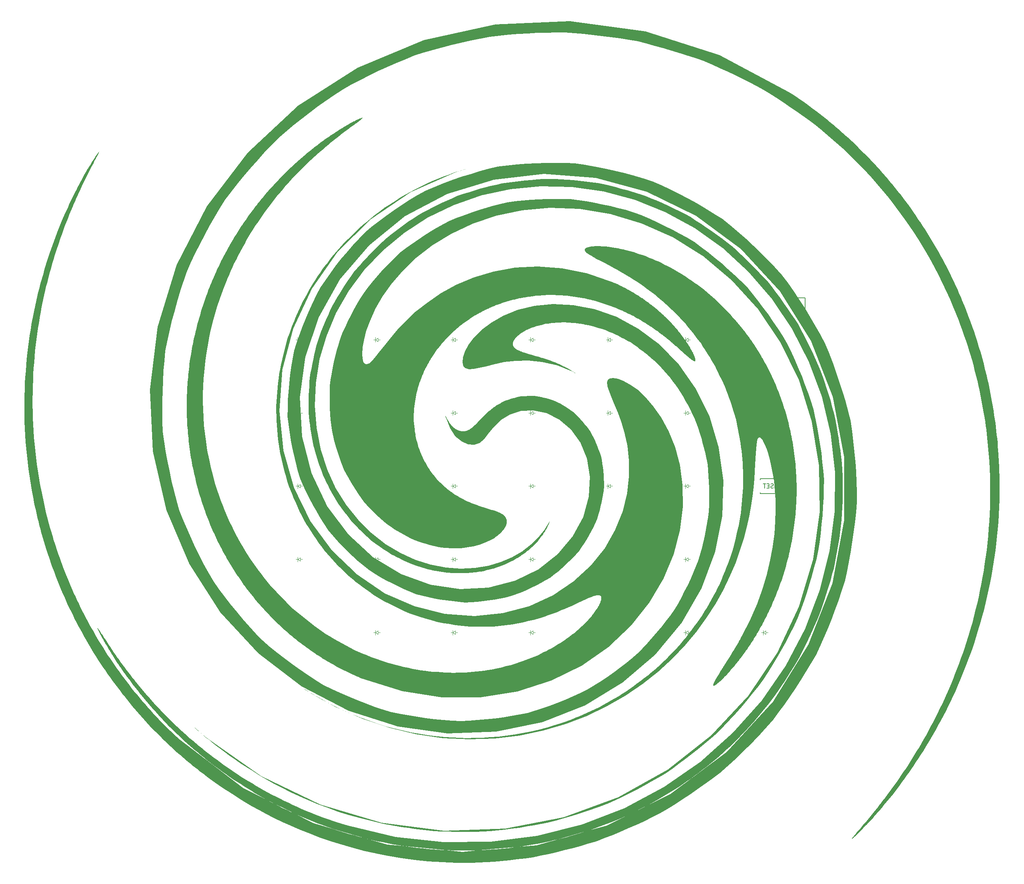
<source format=gbr>
%TF.GenerationSoftware,KiCad,Pcbnew,6.0.11-2627ca5db0~126~ubuntu22.04.1*%
%TF.CreationDate,2023-07-21T23:46:38-07:00*%
%TF.ProjectId,swirl,73776972-6c2e-46b6-9963-61645f706362,v1.0.0*%
%TF.SameCoordinates,Original*%
%TF.FileFunction,Legend,Bot*%
%TF.FilePolarity,Positive*%
%FSLAX46Y46*%
G04 Gerber Fmt 4.6, Leading zero omitted, Abs format (unit mm)*
G04 Created by KiCad (PCBNEW 6.0.11-2627ca5db0~126~ubuntu22.04.1) date 2023-07-21 23:46:38*
%MOMM*%
%LPD*%
G01*
G04 APERTURE LIST*
%ADD10C,0.000000*%
%ADD11C,0.150000*%
%ADD12C,0.100000*%
G04 APERTURE END LIST*
D10*
G36*
X-46454869Y106654625D02*
G01*
X-46453530Y106654475D01*
X-46452238Y106654240D01*
X-46450999Y106653915D01*
X-46449816Y106653497D01*
X-46448693Y106652983D01*
X-46447634Y106652368D01*
X-46446645Y106651648D01*
X-46445728Y106650820D01*
X-46444888Y106649879D01*
X-46444130Y106648823D01*
X-46443457Y106647646D01*
X-46442874Y106646346D01*
X-46442385Y106644918D01*
X-46441994Y106643358D01*
X-46441706Y106641663D01*
X-46441523Y106639829D01*
X-46441452Y106637852D01*
X-46441495Y106635728D01*
X-46441658Y106633453D01*
X-46441943Y106631024D01*
X-46442356Y106628436D01*
X-46442901Y106625686D01*
X-46443582Y106622770D01*
X-46446798Y106610442D01*
X-46450825Y106596709D01*
X-46455668Y106581568D01*
X-46461331Y106565022D01*
X-46467819Y106547069D01*
X-46475136Y106527709D01*
X-46483289Y106506943D01*
X-46492280Y106484769D01*
X-46512281Y106437568D01*
X-46535506Y106384647D01*
X-46561919Y106326287D01*
X-46591481Y106262769D01*
X-46623990Y106193974D01*
X-46659706Y106119648D01*
X-46698610Y106039882D01*
X-46740682Y105954771D01*
X-46832556Y105771148D01*
X-46937181Y105565771D01*
X-47052793Y105340148D01*
X-47180482Y105092771D01*
X-47319032Y104824896D01*
X-47468980Y104536771D01*
X-47799882Y103898771D01*
X-48171583Y103179769D01*
X-48581983Y102377775D01*
X-49028279Y101494771D01*
X-49508180Y100530774D01*
X-50018281Y99484769D01*
X-50283344Y98931274D01*
X-50556279Y98356779D01*
X-50833768Y97763275D01*
X-51118680Y97148771D01*
X-51406980Y96514274D01*
X-51702180Y95858778D01*
X-52000081Y95183027D01*
X-52303682Y94487775D01*
X-52609006Y93771396D01*
X-52919580Y93034772D01*
X-53230455Y92278274D01*
X-53545980Y91500776D01*
X-53860869Y90704277D01*
X-54179280Y89886777D01*
X-54496094Y89048900D01*
X-54815683Y88190778D01*
X-55132268Y87313396D01*
X-55450879Y86415769D01*
X-55765343Y85497518D01*
X-56081082Y84559766D01*
X-56391118Y83602024D01*
X-56701680Y82624769D01*
X-57005443Y81627019D01*
X-57308683Y80609769D01*
X-57603743Y79573018D01*
X-57897382Y78516767D01*
X-58181682Y77441896D01*
X-58463582Y76346769D01*
X-58734730Y75233146D01*
X-59002580Y74100767D01*
X-59258306Y72948646D01*
X-59509683Y71777769D01*
X-59747669Y70590019D01*
X-59980481Y69382780D01*
X-60198318Y68157276D01*
X-60410081Y66913770D01*
X-60605405Y65653648D01*
X-60793680Y64374769D01*
X-60964045Y63079273D01*
X-61126382Y61765775D01*
X-61269443Y60437400D01*
X-61403581Y59091779D01*
X-61517018Y57730524D01*
X-61620481Y56352766D01*
X-61701844Y54960273D01*
X-61772481Y53552778D01*
X-61819582Y52130769D01*
X-61854982Y50693769D01*
X-61865457Y49243526D01*
X-61863481Y47779768D01*
X-61835131Y46302518D01*
X-61793283Y44811765D01*
X-61724131Y43311023D01*
X-61640580Y41796766D01*
X-61528193Y40272645D01*
X-61400583Y38735776D01*
X-61242907Y37190275D01*
X-61069181Y35632780D01*
X-60864432Y34069272D01*
X-60642881Y32493772D01*
X-60388906Y30913522D01*
X-60117380Y29322767D01*
X-59812292Y27726776D01*
X-59488981Y26121778D01*
X-59130868Y24513521D01*
X-58754079Y22897779D01*
X-58341707Y21280147D01*
X-57909982Y19655775D01*
X-57678074Y18843679D01*
X-57441243Y18030271D01*
X-57199332Y17215363D01*
X-56952180Y16398771D01*
X-56691928Y15585462D01*
X-56426331Y14770275D01*
X-56155484Y13953585D01*
X-55879480Y13135770D01*
X-55589475Y12320425D01*
X-55294256Y11504520D01*
X-54993599Y10687491D01*
X-54687280Y9868772D01*
X-54367866Y9055054D01*
X-54042656Y8240024D01*
X-53711709Y7423870D01*
X-53375081Y6606779D01*
X-53024766Y5794305D01*
X-52668732Y4981271D01*
X-52306923Y4167488D01*
X-51939283Y3352766D01*
X-51557755Y2544084D01*
X-51170519Y1735021D01*
X-50777564Y925581D01*
X-50378881Y115766D01*
X-49965849Y-688214D01*
X-49546994Y-1492104D01*
X-49122384Y-2295808D01*
X-48692083Y-3099230D01*
X-48247396Y-3895712D01*
X-47796793Y-4692101D01*
X-47340210Y-5488304D01*
X-46877580Y-6284228D01*
X-46400249Y-7073570D01*
X-45917181Y-7861977D01*
X-45428413Y-8649260D01*
X-44933980Y-9435229D01*
X-44424308Y-10214492D01*
X-43908870Y-10992352D01*
X-43387711Y-11768899D01*
X-42860879Y-12544222D01*
X-42319523Y-13310458D01*
X-41771830Y-14075848D01*
X-41218212Y-14839925D01*
X-40659082Y-15602221D01*
X-40085023Y-16355349D01*
X-39504919Y-17106976D01*
X-38918945Y-17856729D01*
X-38327281Y-18604235D01*
X-37720837Y-19342434D01*
X-37108881Y-20078105D01*
X-36491224Y-20811337D01*
X-35867681Y-21542223D01*
X-35229376Y-22263019D01*
X-34585494Y-22981099D01*
X-33935705Y-23696743D01*
X-33279682Y-24410235D01*
X-32609840Y-25111638D01*
X-31934281Y-25810229D01*
X-31253022Y-26505821D01*
X-30566081Y-27198229D01*
X-29865869Y-27878471D01*
X-29159506Y-28555615D01*
X-28447256Y-29229569D01*
X-27729381Y-29900240D01*
X-12978461Y-41115237D01*
X-7175338Y-44030517D01*
X-6619906Y-44329356D01*
X-5688521Y-44822237D01*
X-4748075Y-45302477D01*
X-3799461Y-45778231D01*
X-2838086Y-46243735D01*
X-1868761Y-46703219D01*
X-1717468Y-46772354D01*
X3286619Y-49286227D01*
X7897409Y-50617181D01*
X8341920Y-50769228D01*
X9409882Y-51116488D01*
X10486319Y-51456240D01*
X11568419Y-51780478D01*
X12658318Y-52097231D01*
X13757044Y-52397479D01*
X14861020Y-52690219D01*
X15973644Y-52965472D01*
X16320436Y-53048578D01*
X20462520Y-54244235D01*
X24519575Y-54636065D01*
X25075157Y-54717223D01*
X26236220Y-54877230D01*
X27398156Y-55018222D01*
X28568720Y-55150240D01*
X29738931Y-55262099D01*
X30911917Y-55364230D01*
X32091469Y-55447600D01*
X33273120Y-55521243D01*
X34046118Y-55556138D01*
X37929721Y-55931216D01*
X41882155Y-55580773D01*
X42776217Y-55545230D01*
X43966044Y-55476981D01*
X45154521Y-55398226D01*
X45703418Y-55355227D01*
X46380194Y-55296477D01*
X47318419Y-55209231D01*
X48511907Y-55079859D01*
X49954318Y-54909243D01*
X50766861Y-54797392D01*
X50845259Y-54786058D01*
X55084117Y-54410220D01*
X59907658Y-53058191D01*
X60597381Y-52888472D01*
X61946839Y-52542030D01*
X63345317Y-52168215D01*
X64777743Y-51735768D01*
X66009430Y-51347877D01*
X71348918Y-49851229D01*
X86209422Y-42520236D01*
X99202922Y-32778231D01*
X109958918Y-21051226D01*
X118195918Y-7820223D01*
X123734912Y6402769D01*
X126492922Y21077772D01*
X126490924Y35689771D01*
X123849917Y49725767D01*
X118771914Y62730771D01*
X111546916Y74290769D01*
X102520923Y84073774D01*
X92098918Y91814771D01*
X80709216Y97341779D01*
X68800822Y100566770D01*
X56821620Y101489774D01*
X45203418Y100194768D01*
X34340117Y96843778D01*
X24582721Y91665769D01*
X16222720Y84949766D01*
X9484318Y77023771D01*
X4519919Y68245771D01*
X1409019Y58992765D01*
X152819Y49630765D01*
X683619Y40518766D01*
X2867019Y31983777D01*
X6512818Y24308774D01*
X11379220Y17735776D01*
X17195119Y12438779D01*
X23663218Y8535779D01*
X30478518Y6079771D01*
X37338618Y5059766D01*
X43958918Y5405774D01*
X50082118Y6992765D01*
X55488322Y9651777D01*
X60002917Y13174772D01*
X63503016Y17328779D01*
X65919818Y21867765D01*
X67239322Y26541776D01*
X67500522Y31112775D01*
X66792720Y35360776D01*
X65247119Y39095777D01*
X63031321Y42166776D01*
X60337321Y44468778D01*
X57373416Y45943769D01*
X54348422Y46588773D01*
X51464820Y46454771D01*
X48898818Y45648771D01*
X46784720Y44341779D01*
X45170020Y42766767D01*
X43967818Y41206769D01*
X42949717Y39911771D01*
X41873721Y39021772D01*
X40623320Y38602766D01*
X39207618Y38699766D01*
X37712119Y39355772D01*
X36262919Y40590772D01*
X35005217Y42399778D01*
X34089820Y44743772D01*
X34053561Y44858144D01*
X34022956Y44959768D01*
X33997807Y45048643D01*
X33977919Y45124769D01*
X33970276Y45158383D01*
X33963776Y45188726D01*
X33958429Y45215810D01*
X33954244Y45239648D01*
X33951232Y45260252D01*
X33949401Y45277633D01*
X33948761Y45291804D01*
X33948890Y45297690D01*
X33949321Y45302778D01*
X33949654Y45304927D01*
X33950055Y45306878D01*
X33950523Y45308630D01*
X33951059Y45310184D01*
X33951664Y45311540D01*
X33952335Y45312699D01*
X33953075Y45313662D01*
X33953883Y45314427D01*
X33954312Y45314736D01*
X33954759Y45314997D01*
X33955222Y45315208D01*
X33955703Y45315370D01*
X33956201Y45315484D01*
X33956716Y45315549D01*
X33957247Y45315564D01*
X33957797Y45315532D01*
X33958946Y45315320D01*
X33960164Y45314914D01*
X33961451Y45314314D01*
X33962806Y45313520D01*
X33964230Y45312533D01*
X33965723Y45311353D01*
X33967286Y45309980D01*
X33968917Y45308415D01*
X33970618Y45306659D01*
X33972388Y45304711D01*
X33974227Y45302572D01*
X33976136Y45300241D01*
X33978114Y45297721D01*
X33980162Y45295011D01*
X33982280Y45292111D01*
X33984467Y45289021D01*
X33986725Y45285743D01*
X33989052Y45282276D01*
X33993918Y45274778D01*
X34004350Y45257202D01*
X34015987Y45236730D01*
X34028814Y45213376D01*
X34042818Y45187150D01*
X34057985Y45158065D01*
X34074300Y45126132D01*
X34091749Y45091363D01*
X34110320Y45053770D01*
X34306918Y44667768D01*
X34370794Y44551178D01*
X34440444Y44426525D01*
X34515831Y44293995D01*
X34596919Y44153776D01*
X34686283Y44013761D01*
X34782107Y43868402D01*
X34884287Y43717979D01*
X34992720Y43562772D01*
X35051041Y43488577D01*
X35110964Y43413785D01*
X35172509Y43338455D01*
X35235695Y43262645D01*
X35300540Y43186414D01*
X35367063Y43109820D01*
X35435282Y43032922D01*
X35505217Y42955778D01*
X35578234Y42884677D01*
X35652907Y42813917D01*
X35729232Y42743556D01*
X35807206Y42673652D01*
X35886826Y42604264D01*
X35968087Y42535450D01*
X36050986Y42467268D01*
X36135520Y42399778D01*
X36222536Y42341143D01*
X36311077Y42283775D01*
X36401130Y42227719D01*
X36492681Y42173023D01*
X36585719Y42119734D01*
X36680229Y42067899D01*
X36776200Y42017564D01*
X36873618Y41968778D01*
X36972685Y41932026D01*
X37073000Y41897537D01*
X37174542Y41865322D01*
X37277294Y41835393D01*
X37381236Y41807762D01*
X37486350Y41782440D01*
X37592617Y41759438D01*
X37700019Y41738767D01*
X37807905Y41733153D01*
X37916759Y41730597D01*
X38026574Y41731158D01*
X38137343Y41734895D01*
X38249059Y41741867D01*
X38361715Y41752131D01*
X38475304Y41765747D01*
X38589820Y41782773D01*
X38703672Y41816570D01*
X38818423Y41854223D01*
X38934063Y41895744D01*
X39050581Y41941144D01*
X39167966Y41990436D01*
X39286207Y42043630D01*
X39405295Y42100738D01*
X39525218Y42161771D01*
X39645704Y42241932D01*
X39767397Y42326416D01*
X39890313Y42415235D01*
X40014468Y42508401D01*
X40139880Y42605926D01*
X40266565Y42707822D01*
X40394538Y42814100D01*
X40523818Y42924772D01*
X40657854Y43054098D01*
X40794209Y43187806D01*
X41074143Y43468276D01*
X41364166Y43765996D01*
X41664820Y44080778D01*
X41997960Y44433386D01*
X42348594Y44799402D01*
X42717566Y45178355D01*
X43105719Y45569776D01*
X43325566Y45773288D01*
X43551973Y45977994D01*
X43785044Y46183778D01*
X44024881Y46390523D01*
X44271584Y46598113D01*
X44525258Y46806429D01*
X44786002Y47015355D01*
X45053919Y47224775D01*
X45353803Y47424754D01*
X45661948Y47622553D01*
X45978385Y47817962D01*
X46303144Y48010770D01*
X46636257Y48200766D01*
X46977753Y48387738D01*
X47327664Y48571475D01*
X47686019Y48751768D01*
X48079458Y48903840D01*
X48481326Y49049409D01*
X48891588Y49188251D01*
X49310206Y49320144D01*
X49737144Y49444865D01*
X50172367Y49562192D01*
X50615837Y49671901D01*
X51067519Y49773771D01*
X51548351Y49827182D01*
X52035882Y49869567D01*
X52530012Y49900771D01*
X53030644Y49920644D01*
X53537679Y49929033D01*
X54051018Y49925785D01*
X54570564Y49910749D01*
X55096217Y49883771D01*
X55636167Y49790235D01*
X56179392Y49682038D01*
X56725671Y49559051D01*
X57274783Y49421146D01*
X57826505Y49268194D01*
X58380616Y49100066D01*
X58936895Y48916635D01*
X59495120Y48717771D01*
X60046351Y48440733D01*
X60595581Y48146598D01*
X61142562Y47835330D01*
X61687044Y47506894D01*
X62228779Y47161256D01*
X62767519Y46798378D01*
X63303014Y46418226D01*
X63835017Y46020765D01*
X64331192Y45541432D01*
X64819297Y45044707D01*
X65299006Y44530637D01*
X65769995Y43999269D01*
X66231936Y43450651D01*
X66684505Y42884829D01*
X67127375Y42301851D01*
X67560221Y41701765D01*
X67926861Y41026507D01*
X68278759Y40335828D01*
X68615618Y39629868D01*
X68937145Y38908767D01*
X69243044Y38172667D01*
X69533019Y37421708D01*
X69806777Y36656031D01*
X70064021Y35875776D01*
X70225148Y35039576D01*
X70365461Y34192417D01*
X70484703Y33334594D01*
X70582620Y32466400D01*
X70658954Y31588126D01*
X70713452Y30700067D01*
X70745858Y29802516D01*
X70755915Y28895765D01*
X70646371Y27962589D01*
X70511291Y27025523D01*
X70350540Y26084892D01*
X70163980Y25141025D01*
X69951475Y24194251D01*
X69712887Y23244897D01*
X69448080Y22293293D01*
X69156916Y21339765D01*
X68732405Y20400373D01*
X68280184Y19465724D01*
X67800240Y18536255D01*
X67292556Y17612398D01*
X66757117Y16694587D01*
X66193908Y15783258D01*
X65602913Y14878844D01*
X64984118Y13981779D01*
X64232229Y13144050D01*
X63453556Y12320899D01*
X62648238Y11512749D01*
X61816418Y10720022D01*
X60958234Y9943138D01*
X60073829Y9182521D01*
X59163343Y8438593D01*
X58226916Y7711774D01*
X57173882Y7091029D01*
X56098479Y6494306D01*
X55001007Y5922004D01*
X53881767Y5374523D01*
X52741058Y4852260D01*
X51579180Y4355616D01*
X50396433Y3884989D01*
X49193118Y3440778D01*
X47906285Y3144250D01*
X46604929Y2879633D01*
X45289489Y2647242D01*
X43960405Y2447395D01*
X42618117Y2280407D01*
X41263063Y2146595D01*
X39895683Y2046276D01*
X38516417Y1979764D01*
X37101397Y2091347D01*
X35682541Y2240173D01*
X34260383Y2426358D01*
X32835456Y2650020D01*
X31408292Y2911275D01*
X29979427Y3210240D01*
X28549391Y3547031D01*
X27118720Y3921766D01*
X25710663Y4488662D01*
X24311230Y5094300D01*
X22921002Y5738609D01*
X21540557Y6421520D01*
X20170476Y7142962D01*
X18811339Y7902866D01*
X17463727Y8701161D01*
X16128218Y9537778D01*
X14877908Y10560118D01*
X13649001Y11618447D01*
X12442063Y12712472D01*
X11257656Y13841899D01*
X10096345Y15006437D01*
X8958692Y16205791D01*
X7845262Y17439668D01*
X6756619Y18707776D01*
X5813349Y20134854D01*
X4903237Y21590525D01*
X4026734Y23074321D01*
X3184288Y24585773D01*
X2376349Y26124413D01*
X1603367Y27689771D01*
X865790Y29281380D01*
X164069Y30898771D01*
X-342814Y32629309D01*
X-807540Y34377320D01*
X-1229841Y36142276D01*
X-1609446Y37923650D01*
X-1946087Y39720914D01*
X-2239496Y41533541D01*
X-2489404Y43361002D01*
X-2695541Y45202772D01*
X-2672996Y47093138D01*
X-2603288Y48987569D01*
X-2486336Y50885446D01*
X-2322059Y52786146D01*
X-2110375Y54689049D01*
X-1851203Y56593534D01*
X-1544463Y58498980D01*
X-1190071Y60404767D01*
X-595098Y62287339D01*
X47396Y64159070D01*
X737252Y66019246D01*
X1474308Y67867151D01*
X2258403Y69702071D01*
X3089377Y71523292D01*
X3967069Y73330099D01*
X4891319Y75121778D01*
X6045528Y76819583D01*
X7242687Y78491865D01*
X8482434Y80138039D01*
X9764407Y81757518D01*
X11088244Y83349717D01*
X12453583Y84914049D01*
X13860062Y86449928D01*
X15307318Y87956770D01*
X16950893Y89303326D01*
X18628386Y90611960D01*
X20339298Y91882250D01*
X22083131Y93113773D01*
X23859388Y94306108D01*
X25667570Y95458833D01*
X27507180Y96571526D01*
X29377719Y97643766D01*
X31390684Y98501813D01*
X33425508Y99313254D01*
X35481447Y100077797D01*
X37557757Y100795147D01*
X39653693Y101465013D01*
X41768511Y102087102D01*
X43901467Y102661119D01*
X46051818Y103186773D01*
X48279633Y103464875D01*
X50514549Y103691662D01*
X52755808Y103867097D01*
X55002657Y103991146D01*
X57254338Y104063772D01*
X59510095Y104084942D01*
X61769174Y104054619D01*
X64030818Y103972768D01*
X66298095Y103631036D01*
X68557057Y103238209D01*
X70807075Y102794475D01*
X73047520Y102300023D01*
X75277766Y101755038D01*
X77497183Y101159709D01*
X79705143Y100514224D01*
X81901019Y99818769D01*
X84031817Y98872986D01*
X86140430Y97880866D01*
X88226281Y96842762D01*
X90288793Y95759023D01*
X92327390Y94630003D01*
X94341494Y93456054D01*
X96330529Y92237527D01*
X98293917Y90974775D01*
X100127831Y89492023D01*
X101928029Y87971384D01*
X103694078Y86413409D01*
X105425544Y84818649D01*
X107121995Y83187655D01*
X108782997Y81520977D01*
X110408117Y79819167D01*
X111996920Y78082776D01*
X113407263Y76170045D01*
X114775406Y74230993D01*
X116101151Y72266206D01*
X117384297Y70276271D01*
X118624646Y68261774D01*
X119821999Y66223299D01*
X120976156Y64161434D01*
X122086917Y62076765D01*
X122985509Y59871820D01*
X123837763Y57653127D01*
X124643658Y55421286D01*
X125403168Y53176893D01*
X126116273Y50920547D01*
X126782948Y48652845D01*
X127403170Y46374386D01*
X127976916Y44085767D01*
X128322924Y41735516D01*
X128622292Y39384678D01*
X128875161Y37033885D01*
X129081670Y34683773D01*
X129241959Y32334972D01*
X129356170Y29988118D01*
X129424443Y27643842D01*
X129446917Y25302778D01*
X129243715Y22953799D01*
X128997281Y20616398D01*
X128707885Y18290998D01*
X128375798Y15978021D01*
X128001288Y13677888D01*
X127584625Y11391022D01*
X127126079Y9117845D01*
X126625918Y6858777D01*
X125916824Y4644865D01*
X125170605Y2451729D01*
X124387731Y279897D01*
X123568669Y-1870102D01*
X122713888Y-3997742D01*
X121823856Y-6102496D01*
X120899042Y-8183833D01*
X119939913Y-10241229D01*
X118797923Y-12216283D01*
X117627479Y-14162615D01*
X116429004Y-16080097D01*
X115202919Y-17968598D01*
X113949646Y-19827991D01*
X112669607Y-21658146D01*
X111363223Y-23458934D01*
X110030917Y-25230227D01*
X108551861Y-26887203D01*
X107053527Y-28511588D01*
X105536420Y-30103324D01*
X104001044Y-31662352D01*
X102447902Y-33188614D01*
X100877499Y-34682053D01*
X99290338Y-36142608D01*
X97686923Y-37570223D01*
X95973916Y-38867174D01*
X94251461Y-40130083D01*
X92520026Y-41359032D01*
X90780083Y-42554103D01*
X89032100Y-43715375D01*
X87276548Y-44842932D01*
X85513896Y-45936855D01*
X83744616Y-46997225D01*
X81900291Y-47922663D01*
X80055931Y-48815115D01*
X78211929Y-49674779D01*
X76368681Y-50501853D01*
X74526581Y-51296535D01*
X72686024Y-52059026D01*
X70847405Y-52789522D01*
X69011119Y-53488223D01*
X67133430Y-54056161D01*
X65263231Y-54594638D01*
X63400926Y-55103910D01*
X61546919Y-55584235D01*
X59701611Y-56035871D01*
X57865406Y-56459076D01*
X56038708Y-56854108D01*
X54221919Y-57221224D01*
X52392631Y-57468403D01*
X50577102Y-57691121D01*
X48775722Y-57889673D01*
X46988881Y-58064352D01*
X45216970Y-58215453D01*
X43460380Y-58343268D01*
X41719499Y-58448090D01*
X39994719Y-58530215D01*
X38277325Y-58509548D01*
X36578693Y-58470248D01*
X34899090Y-58412620D01*
X33238782Y-58336970D01*
X31598034Y-58243601D01*
X29977114Y-58132819D01*
X28376286Y-58004928D01*
X26795817Y-57860232D01*
X23701208Y-57392512D01*
X20695632Y-56876227D01*
X17780224Y-56314194D01*
X14956118Y-55709231D01*
X12242549Y-54962305D01*
X9624932Y-54191847D01*
X7103858Y-53400578D01*
X4679919Y-52591219D01*
X2376146Y-51690767D01*
X170825Y-50789851D01*
X-1934849Y-49891372D01*
X-3939681Y-48998232D01*
X-5826903Y-48059807D01*
X-7615851Y-47142104D01*
X-9305757Y-46247466D01*
X-10895851Y-45378237D01*
X-12371965Y-44504096D01*
X-13752268Y-43668112D01*
X-15036163Y-42872440D01*
X-16223051Y-42119235D01*
X-17304178Y-41392773D01*
X-18291458Y-40719103D01*
X-19184467Y-40099999D01*
X-19982781Y-39537234D01*
X-21288544Y-38577982D01*
X-22223281Y-37878237D01*
X-22974281Y-37301241D01*
X-23758592Y-36678449D01*
X-24538543Y-36050982D01*
X-25313564Y-35419395D01*
X-26083081Y-34784243D01*
X-26839556Y-34134392D01*
X-27590481Y-33480982D01*
X-28335556Y-32824196D01*
X-29074481Y-32164218D01*
X-29801551Y-31489609D01*
X-30523193Y-30811347D01*
X-31239304Y-30129519D01*
X-31949781Y-29444216D01*
X-32647821Y-28745566D01*
X-33339281Y-28044478D01*
X-34024365Y-27340764D01*
X-34703281Y-26634234D01*
X-35369868Y-25914588D01*
X-36030306Y-25192601D01*
X-36684631Y-24468178D01*
X-37332881Y-23741229D01*
X-37967861Y-23002107D01*
X-38596719Y-22260731D01*
X-39219408Y-21517105D01*
X-39835881Y-20771227D01*
X-40438696Y-20015008D01*
X-41035306Y-19256728D01*
X-41625953Y-18496199D01*
X-42210881Y-17733233D01*
X-42781947Y-16960139D01*
X-43346731Y-16185732D01*
X-43905440Y-15409826D01*
X-44458280Y-14632235D01*
X-44995678Y-13846386D01*
X-45527281Y-13059229D01*
X-46053109Y-12270574D01*
X-46573182Y-11480227D01*
X-47078649Y-10681242D01*
X-47577919Y-9881602D01*
X-48071245Y-9081023D01*
X-48558881Y-8279223D01*
X-49031491Y-7470074D01*
X-49498381Y-6659983D01*
X-49959196Y-5849515D01*
X-50413579Y-5039233D01*
X-50854332Y-4220697D01*
X-51288644Y-3402728D01*
X-51716823Y-2584758D01*
X-52139180Y-1766222D01*
X-52547283Y-940802D01*
X-52949406Y-115851D01*
X-53345716Y708911D01*
X-53736383Y1533765D01*
X-54111679Y2363252D01*
X-54481418Y3192644D01*
X-54845589Y4021847D01*
X-55204183Y4850767D01*
X-55548353Y5684423D01*
X-55886794Y6517517D01*
X-56219704Y7350236D01*
X-56547281Y8182767D01*
X-56859870Y9017721D01*
X-57166919Y9851644D01*
X-57468473Y10684629D01*
X-57764581Y11516767D01*
X-58047022Y12353598D01*
X-58323781Y13188646D01*
X-58594916Y14022006D01*
X-58860482Y14853773D01*
X-59112753Y15688522D01*
X-59359594Y16521772D01*
X-59601055Y17353523D01*
X-59837182Y18183774D01*
X-60059605Y19015510D01*
X-60276994Y19845651D01*
X-60489301Y20674105D01*
X-60696481Y21500776D01*
X-61078993Y23153644D01*
X-61442083Y24799772D01*
X-61768869Y26440893D01*
X-62076680Y28073774D01*
X-62350281Y29703273D01*
X-62604982Y31320768D01*
X-62826381Y32933773D01*
X-63030080Y34534772D01*
X-63201556Y36129150D01*
X-63356080Y37710767D01*
X-63479568Y39284397D01*
X-63586782Y40843778D01*
X-63664395Y42393524D01*
X-63726781Y43929777D01*
X-63760631Y45454893D01*
X-63780381Y46965772D01*
X-63772881Y48463649D01*
X-63751882Y49945768D01*
X-63705318Y51415269D01*
X-63646383Y52869779D01*
X-63562994Y54308647D01*
X-63468282Y55731779D01*
X-63350494Y57139900D01*
X-63222280Y58530775D01*
X-63072543Y59904522D01*
X-62913282Y61261777D01*
X-62734132Y62603025D01*
X-62546281Y63924772D01*
X-62339969Y65230646D01*
X-62126081Y66517774D01*
X-61895031Y67786273D01*
X-61657380Y69036771D01*
X-61404180Y70267772D01*
X-61145280Y71480771D01*
X-60872243Y72674024D01*
X-60594480Y73847776D01*
X-60304031Y75002027D01*
X-60009981Y76136777D01*
X-59704431Y77252399D01*
X-59396180Y78347776D01*
X-59078030Y79422893D01*
X-58758081Y80477765D01*
X-58429655Y81512771D01*
X-58100183Y82526777D01*
X-57763695Y83521272D01*
X-57427282Y84494779D01*
X-57084919Y85447399D01*
X-56743383Y86379774D01*
X-56397519Y87291274D01*
X-56053380Y88181776D01*
X-55705882Y89052276D01*
X-55361081Y89901777D01*
X-55014294Y90729894D01*
X-54670880Y91537778D01*
X-54326805Y92323770D01*
X-53987081Y93088773D01*
X-53647493Y93833646D01*
X-53313081Y94556776D01*
X-52979968Y95260150D01*
X-52652780Y95941770D01*
X-52328043Y96602643D01*
X-52009980Y97241773D01*
X-51695406Y97861148D01*
X-51388181Y98458768D01*
X-51085319Y99036146D01*
X-50790483Y99591779D01*
X-50501032Y100127274D01*
X-50220281Y100641775D01*
X-49945843Y101134398D01*
X-49680482Y101606771D01*
X-49422506Y102058270D01*
X-49174279Y102488775D01*
X-48934069Y102898273D01*
X-48703981Y103286771D01*
X-48482705Y103654271D01*
X-48272382Y104000776D01*
X-48071231Y104327149D01*
X-47881181Y104631773D01*
X-47701644Y104916021D01*
X-47533582Y105177770D01*
X-47376119Y105420147D01*
X-47230882Y105640775D01*
X-47162079Y105743556D01*
X-47096493Y105840524D01*
X-46974782Y106017774D01*
X-46918030Y106099695D01*
X-46864494Y106175898D01*
X-46814202Y106246289D01*
X-46767183Y106310773D01*
X-46743990Y106342345D01*
X-46720679Y106373226D01*
X-46697456Y106403287D01*
X-46674531Y106432398D01*
X-46630409Y106487257D01*
X-46589982Y106536771D01*
X-46526718Y106611147D01*
X-46502080Y106639776D01*
X-46499037Y106641525D01*
X-46495584Y106643360D01*
X-46493477Y106644415D01*
X-46491156Y106645523D01*
X-46488650Y106646654D01*
X-46485987Y106647779D01*
X-46483199Y106648869D01*
X-46480312Y106649895D01*
X-46477358Y106650827D01*
X-46474366Y106651636D01*
X-46472864Y106651986D01*
X-46471363Y106652293D01*
X-46469868Y106652555D01*
X-46468381Y106652769D01*
X-46465230Y106653608D01*
X-46462136Y106654229D01*
X-46459132Y106654601D01*
X-46457674Y106654684D01*
X-46456252Y106654693D01*
X-46454869Y106654625D01*
G37*
G36*
X80369021Y134621572D02*
G01*
X97514918Y129107068D01*
X113716922Y120504774D01*
X114529545Y119966365D01*
X115337669Y119423272D01*
X116142419Y118874929D01*
X116944918Y118320775D01*
X117736355Y117751711D01*
X118525165Y117177023D01*
X119311351Y116596709D01*
X120094912Y116010770D01*
X120869747Y115409053D01*
X121640547Y114802272D01*
X122407783Y114190241D01*
X123171923Y113572774D01*
X123924764Y112941444D01*
X124674418Y112304396D01*
X125421074Y111661536D01*
X126164920Y111012769D01*
X126895235Y110352364D01*
X127622922Y109685771D01*
X128346858Y109013929D01*
X129065921Y108337774D01*
X129771761Y107649351D01*
X130474417Y106955397D01*
X131173326Y106256381D01*
X131867923Y105552770D01*
X132551451Y104834910D01*
X133229920Y104113395D01*
X133903889Y103387569D01*
X134573916Y102656774D01*
X135228385Y101915336D01*
X135878915Y101169024D01*
X136524944Y100418588D01*
X137165911Y99664777D01*
X137794368Y98897178D01*
X138418044Y98126022D01*
X139036656Y97351492D01*
X139649920Y96573774D01*
X140248125Y95785288D01*
X140842297Y94992397D01*
X141431780Y94195944D01*
X142015918Y93396772D01*
X142584937Y92586631D01*
X143148797Y91773399D01*
X143707218Y90957354D01*
X144259921Y90138776D01*
X144798730Y89308916D01*
X145331168Y88477651D01*
X145857981Y87643949D01*
X146379916Y86806775D01*
X146887264Y85959759D01*
X147389172Y85109647D01*
X147885453Y84257098D01*
X148375918Y83402769D01*
X148849264Y82542676D01*
X149317921Y81679020D01*
X149781329Y80812740D01*
X150238925Y79944776D01*
X150680282Y79068600D01*
X151116297Y78190647D01*
X151546877Y77311008D01*
X151971927Y76429777D01*
X152380140Y75542761D01*
X152782920Y74653400D01*
X153180453Y73761976D01*
X153572924Y72868772D01*
X153947528Y71971472D01*
X154316790Y71072395D01*
X154680617Y70172004D01*
X155038913Y69270765D01*
X155381326Y68363457D01*
X155717171Y67456521D01*
X156046640Y66549958D01*
X156369921Y65643766D01*
X156678325Y64730754D01*
X156980920Y63817648D01*
X157277515Y62905102D01*
X157567919Y61993772D01*
X157843155Y61074866D01*
X158112294Y60157270D01*
X158375245Y59241173D01*
X158631915Y58326765D01*
X158873590Y57406845D01*
X159109545Y56486646D01*
X159339687Y55567007D01*
X159563922Y54648771D01*
X159772183Y53729441D01*
X159975291Y52809646D01*
X160172963Y51890415D01*
X160364916Y50972776D01*
X160540622Y50055167D01*
X160710793Y49138401D01*
X160875526Y48222570D01*
X161034915Y47307767D01*
X161178699Y46392287D01*
X161317418Y45477647D01*
X161450887Y44564318D01*
X161578921Y43652769D01*
X161692373Y42740690D01*
X161800296Y41831146D01*
X161902782Y40923664D01*
X161999926Y40017774D01*
X162082799Y39111899D01*
X162160420Y38208274D01*
X162232791Y37307651D01*
X162299914Y36410779D01*
X162401170Y34615894D01*
X162444481Y33724127D01*
X162482913Y32833768D01*
X162527295Y31061397D01*
X162552920Y29298765D01*
X162542414Y27548395D01*
X162513919Y25810773D01*
X162451045Y24088274D01*
X162370913Y22374769D01*
X162258294Y20678644D01*
X162129916Y18996778D01*
X161969544Y17331775D01*
X161794924Y15681776D01*
X161589671Y14048396D01*
X161370913Y12427778D01*
X161123290Y10825897D01*
X160862918Y9239774D01*
X160574668Y7667146D01*
X160275912Y6114774D01*
X159949668Y4575777D01*
X159612918Y3051771D01*
X159252291Y1549896D01*
X158881915Y63779D01*
X158488417Y-1400227D01*
X158085925Y-2849230D01*
X157663167Y-4278102D01*
X157232913Y-5685229D01*
X156781916Y-7076726D01*
X156324923Y-8447222D01*
X155849671Y-9798853D01*
X155369921Y-11127230D01*
X154873038Y-12436352D01*
X154370913Y-13728228D01*
X153855048Y-14996350D01*
X153336917Y-16241229D01*
X152803670Y-17470349D01*
X152268924Y-18676226D01*
X151722417Y-19861725D01*
X151175921Y-21023226D01*
X150617167Y-22168103D01*
X150059924Y-23288226D01*
X149493041Y-24387104D01*
X148926913Y-25467227D01*
X148355164Y-26522479D01*
X147784915Y-27558230D01*
X147207297Y-28573607D01*
X146634921Y-29564242D01*
X146057166Y-30535597D01*
X145483920Y-31485232D01*
X144907923Y-32412608D01*
X144337924Y-33318240D01*
X143764666Y-34203986D01*
X143198916Y-35067233D01*
X142630168Y-35912608D01*
X142068927Y-36736239D01*
X141511422Y-37534979D01*
X140962924Y-38311221D01*
X140414668Y-39069724D01*
X139873919Y-39810214D01*
X139339797Y-40524844D01*
X138816912Y-41216219D01*
X138293545Y-41894351D01*
X137782916Y-42549227D01*
X137280549Y-43180594D01*
X136787921Y-43793215D01*
X136302796Y-44385596D01*
X135828921Y-44959231D01*
X135363044Y-45512850D01*
X134909915Y-46046237D01*
X134467671Y-46557101D01*
X134035922Y-47052218D01*
X133617299Y-47524352D01*
X133212924Y-47976229D01*
X132684674Y-48560599D01*
X132076922Y-49228213D01*
X131829608Y-49493405D01*
X131734569Y-49594478D01*
X131664420Y-49668223D01*
X131623521Y-49709904D01*
X131615402Y-49717241D01*
X131614749Y-49717569D01*
X131614664Y-49717275D01*
X131616230Y-49714787D01*
X131626551Y-49701949D01*
X131646908Y-49678136D01*
X131719912Y-49595217D01*
X131724917Y-49590243D01*
X131798380Y-49505905D01*
X131831857Y-49465715D01*
X131834934Y-49460677D01*
X131829614Y-49464878D01*
X131795918Y-49498602D01*
X131651229Y-49650560D01*
X131431918Y-49883242D01*
X130899041Y-50444739D01*
X130656088Y-50698861D01*
X130474917Y-50886233D01*
X130202544Y-51160231D01*
X129948916Y-51413241D01*
X129712540Y-51645232D01*
X129494921Y-51856234D01*
X129291295Y-52051611D01*
X129107913Y-52225222D01*
X129021293Y-52305814D01*
X128939919Y-52380972D01*
X128863795Y-52450506D01*
X128792926Y-52514224D01*
X128723375Y-52577403D01*
X128658797Y-52634860D01*
X128599283Y-52686503D01*
X128544924Y-52732241D01*
X128495017Y-52774030D01*
X128448672Y-52812357D01*
X128405703Y-52847126D01*
X128385426Y-52863145D01*
X128365924Y-52878237D01*
X128349141Y-52890517D01*
X128333296Y-52901858D01*
X128318390Y-52912262D01*
X128304421Y-52921729D01*
X128291390Y-52930258D01*
X128279297Y-52937851D01*
X128268141Y-52944508D01*
X128257922Y-52950228D01*
X128255797Y-52951043D01*
X128253736Y-52951799D01*
X128251740Y-52952496D01*
X128249808Y-52953135D01*
X128247939Y-52953715D01*
X128246134Y-52954237D01*
X128244392Y-52954700D01*
X128242714Y-52955104D01*
X128241099Y-52955450D01*
X128239546Y-52955737D01*
X128238057Y-52955965D01*
X128236629Y-52956135D01*
X128235264Y-52956246D01*
X128233962Y-52956299D01*
X128232721Y-52956293D01*
X128231541Y-52956229D01*
X128230424Y-52956106D01*
X128229368Y-52955924D01*
X128228372Y-52955684D01*
X128227438Y-52955386D01*
X128226565Y-52955028D01*
X128225753Y-52954613D01*
X128225001Y-52954139D01*
X128224308Y-52953606D01*
X128223677Y-52953014D01*
X128223105Y-52952365D01*
X128222592Y-52951656D01*
X128222139Y-52950890D01*
X128221746Y-52950064D01*
X128221412Y-52949180D01*
X128221136Y-52948238D01*
X128220919Y-52947238D01*
X128220474Y-52945231D01*
X128220271Y-52942961D01*
X128220317Y-52940422D01*
X128220620Y-52937607D01*
X128221186Y-52934512D01*
X128222024Y-52931129D01*
X128223140Y-52927454D01*
X128224542Y-52923480D01*
X128226236Y-52919201D01*
X128228231Y-52914611D01*
X128230534Y-52909705D01*
X128233152Y-52904477D01*
X128236093Y-52898920D01*
X128239363Y-52893029D01*
X128242969Y-52886798D01*
X128246920Y-52880221D01*
X128255606Y-52866246D01*
X128265218Y-52851261D01*
X128275836Y-52835195D01*
X128287545Y-52817980D01*
X128300426Y-52799547D01*
X128314561Y-52779825D01*
X128330034Y-52758745D01*
X128346927Y-52736239D01*
X128362818Y-52714424D01*
X128379778Y-52691671D01*
X128417040Y-52642977D01*
X128458996Y-52589409D01*
X128505923Y-52530215D01*
X128612420Y-52399096D01*
X128671295Y-52327586D01*
X128733920Y-52252230D01*
X128874798Y-52083605D01*
X129029925Y-51899233D01*
X129195920Y-51703478D01*
X129379916Y-51488223D01*
X129795916Y-51001223D01*
X130267916Y-50449221D01*
X130802920Y-49820223D01*
X131389926Y-49125216D01*
X131700543Y-48754725D01*
X132026919Y-48363223D01*
X132365542Y-47953730D01*
X132719912Y-47523226D01*
X133081288Y-47079726D01*
X133456912Y-46615237D01*
X133841668Y-46135726D01*
X134239917Y-45635226D01*
X134647671Y-45116484D01*
X135065921Y-44581240D01*
X135493544Y-44025736D01*
X135933917Y-43449221D01*
X136377915Y-42859488D01*
X136836917Y-42244235D01*
X137297791Y-41615859D01*
X137769915Y-40967227D01*
X138249041Y-40296847D01*
X138737918Y-39606234D01*
X139228417Y-38900347D01*
X139727923Y-38174227D01*
X140234795Y-37422106D01*
X140746920Y-36654238D01*
X141261170Y-35865984D01*
X141782916Y-35058230D01*
X142303420Y-34232604D01*
X142832919Y-33382235D01*
X143359919Y-32514471D01*
X143892917Y-31627230D01*
X144424168Y-30718478D01*
X144959918Y-29790225D01*
X145494918Y-28836600D01*
X146032916Y-27864230D01*
X146565167Y-26872853D01*
X147101916Y-25858233D01*
X147633040Y-24822732D01*
X148164920Y-23769228D01*
X148690293Y-22691977D01*
X149214923Y-21598223D01*
X149735047Y-20474980D01*
X150252917Y-19335223D01*
X150761292Y-18173228D01*
X151268924Y-16990221D01*
X151762919Y-15791356D01*
X152256915Y-14566226D01*
X152737914Y-13319979D01*
X153215915Y-12054232D01*
X153678666Y-10767731D01*
X154136920Y-9463229D01*
X154579921Y-8132729D01*
X155016925Y-6784228D01*
X155438168Y-5411728D01*
X155851916Y-4021227D01*
X156245297Y-2611603D01*
X156631915Y-1180224D01*
X156997040Y266395D01*
X157353915Y1734769D01*
X157688666Y3226268D01*
X158012911Y4732770D01*
X158313542Y6262649D01*
X158602923Y7806776D01*
X158866048Y9370647D01*
X159117923Y10951764D01*
X159341292Y12552892D01*
X159551913Y14169767D01*
X159732669Y15804523D01*
X159899920Y17458768D01*
X160035420Y19123517D01*
X160155917Y20807767D01*
X160243666Y22505773D01*
X160314914Y24221769D01*
X160351542Y25946891D01*
X160370913Y27693769D01*
X160364746Y28568399D01*
X160353795Y29447524D01*
X160317919Y31217771D01*
X160245168Y32996272D01*
X160152926Y34789777D01*
X160089407Y35689085D01*
X160020547Y36593269D01*
X159867922Y38408765D01*
X159774374Y39318190D01*
X159675296Y40230894D01*
X159570781Y41146035D01*
X159460925Y42062772D01*
X159335251Y42982006D01*
X159204045Y43904146D01*
X159067029Y44829851D01*
X158923922Y45759778D01*
X158765516Y46685287D01*
X158600922Y47614645D01*
X158430329Y48546817D01*
X158253924Y49480771D01*
X158061751Y50411349D01*
X157863295Y51344646D01*
X157658654Y52280755D01*
X157447924Y53219770D01*
X157220200Y54156680D01*
X156985919Y55096023D01*
X156745641Y56036491D01*
X156499926Y56976774D01*
X156246920Y57896772D01*
X155921794Y59025896D01*
X155457919Y60587766D01*
X155160092Y61524443D01*
X154821293Y62563398D01*
X154441059Y63703038D01*
X154018924Y64941770D01*
X153528546Y66268755D01*
X152987920Y67688646D01*
X152395546Y69200599D01*
X151749926Y70803770D01*
X151014018Y72470820D01*
X150215672Y74219900D01*
X149353952Y76048664D01*
X148427920Y77954770D01*
X147383450Y79901019D01*
X146264168Y81914020D01*
X145069513Y83990395D01*
X143798922Y86126768D01*
X142381469Y88271914D01*
X140878796Y90462902D01*
X139288934Y92698323D01*
X137609912Y94976774D01*
X136697617Y96094356D01*
X135761402Y97218630D01*
X134801162Y98349257D01*
X133816792Y99485896D01*
X132808187Y100628207D01*
X131775242Y101775851D01*
X130717852Y102928487D01*
X129635913Y104085775D01*
X128487692Y105194544D01*
X127313960Y106303631D01*
X126114612Y107412696D01*
X124889540Y108521397D01*
X123638641Y109629396D01*
X122361809Y110736352D01*
X121058938Y111841925D01*
X119729922Y112945776D01*
X118334183Y113978734D01*
X116912264Y115005085D01*
X115464237Y116024405D01*
X113990170Y117036272D01*
X112490135Y118040265D01*
X110964201Y119035962D01*
X109412439Y120022939D01*
X107834918Y121000776D01*
X106194222Y121884448D01*
X104528717Y122753963D01*
X102838532Y123608946D01*
X101123796Y124449024D01*
X99384638Y125273820D01*
X97621187Y126082959D01*
X95833572Y126876067D01*
X94021922Y127652769D01*
X92158786Y128310081D01*
X90273694Y128946150D01*
X88366965Y129560573D01*
X86438918Y130152945D01*
X84489870Y130722865D01*
X82520142Y131269928D01*
X80530051Y131793732D01*
X78519915Y132293874D01*
X76478431Y132651689D01*
X74419937Y132981591D01*
X72344749Y133283245D01*
X70253181Y133556321D01*
X68145549Y133800483D01*
X66022168Y134015401D01*
X63883353Y134200740D01*
X61729419Y134356168D01*
X59573581Y134350779D01*
X57407582Y134312009D01*
X55231818Y134239602D01*
X53046681Y134133298D01*
X50852568Y133992841D01*
X48649874Y133817973D01*
X46438993Y133608437D01*
X44220320Y133363973D01*
X42035349Y132947800D01*
X39849108Y132494752D01*
X37661928Y132004639D01*
X35474145Y131477273D01*
X33286089Y130912464D01*
X31098094Y130310021D01*
X28910494Y129669755D01*
X26723620Y128991476D01*
X24608831Y128139324D01*
X22502247Y127249085D01*
X20404294Y126320669D01*
X18315394Y125353986D01*
X16235973Y124348945D01*
X14166454Y123305456D01*
X12107261Y122223429D01*
X10058820Y121102773D01*
X8126047Y119819082D01*
X6211307Y118498617D01*
X4315165Y117141543D01*
X2438188Y115748024D01*
X580940Y114318223D01*
X-1256011Y112852305D01*
X-3072100Y111350433D01*
X-4866761Y109812772D01*
X-6507405Y108132720D01*
X-8120100Y106420477D01*
X-9704401Y104676287D01*
X-11259867Y102900398D01*
X-12786053Y101093055D01*
X-14282518Y99254505D01*
X-15748818Y97384995D01*
X-17184511Y95484769D01*
X-18430121Y93476852D01*
X-19639442Y91444114D01*
X-20812088Y89386955D01*
X-21947672Y87305772D01*
X-23045810Y85200965D01*
X-24106114Y83072931D01*
X-25128200Y80922069D01*
X-26111680Y78748777D01*
X-26878989Y76512866D01*
X-27603805Y74261931D01*
X-28285891Y71996418D01*
X-28925006Y69716772D01*
X-29520912Y67423438D01*
X-30073369Y65116864D01*
X-30582138Y62797493D01*
X-31046981Y60465772D01*
X-31282039Y58122893D01*
X-31471373Y55776790D01*
X-31614890Y53427898D01*
X-31712494Y51076650D01*
X-31764090Y48723479D01*
X-31769583Y46368820D01*
X-31728878Y44013104D01*
X-31641881Y41656766D01*
X-31326480Y39347128D01*
X-30965603Y37046033D01*
X-30559290Y34753961D01*
X-30107581Y32471393D01*
X-29610516Y30198809D01*
X-29068134Y27936690D01*
X-28480476Y25685516D01*
X-27847581Y23445768D01*
X-27004340Y21309151D01*
X-26119303Y19192644D01*
X-25192711Y17096761D01*
X-24224806Y15022020D01*
X-23215829Y12968935D01*
X-22166021Y10938022D01*
X-21075625Y8929797D01*
X-19944881Y6944776D01*
X-18635392Y5110302D01*
X-17291170Y3306180D01*
X-15912606Y1532855D01*
X-14500095Y-209227D01*
X-13054028Y-1919622D01*
X-11574798Y-3597885D01*
X-10062798Y-5243570D01*
X-8518421Y-6856234D01*
X-6842318Y-8279217D01*
X-5141026Y-9664218D01*
X-3415051Y-11010946D01*
X-1664900Y-12319107D01*
X108920Y-13588410D01*
X1905901Y-14818560D01*
X3725536Y-16009266D01*
X5567319Y-17160235D01*
X7487362Y-18098232D01*
X9420887Y-18993655D01*
X11367397Y-19846399D01*
X13326394Y-20656357D01*
X15297382Y-21423425D01*
X17279863Y-22147498D01*
X19273341Y-22828469D01*
X21277320Y-23466235D01*
X23299089Y-23882956D01*
X25322535Y-24256402D01*
X27347036Y-24586605D01*
X29371969Y-24873602D01*
X31396716Y-25117428D01*
X33420654Y-25318118D01*
X35443161Y-25475706D01*
X37463618Y-25590228D01*
X39447279Y-25493784D01*
X41420731Y-25356805D01*
X43383552Y-25179444D01*
X45335319Y-24961853D01*
X47275611Y-24704185D01*
X49204006Y-24406590D01*
X51120082Y-24069222D01*
X53023417Y-23692233D01*
X54838223Y-23130202D01*
X56632937Y-22533321D01*
X58407258Y-21901894D01*
X60160884Y-21236226D01*
X61893514Y-20536621D01*
X63604848Y-19803384D01*
X65294583Y-19036819D01*
X66962420Y-18237231D01*
X68501273Y-17290664D01*
X70013127Y-16317275D01*
X71497637Y-15317519D01*
X72954457Y-14291853D01*
X74383241Y-13240735D01*
X75783643Y-12164619D01*
X77155318Y-11063965D01*
X78497920Y-9939227D01*
X79688324Y-8711122D01*
X80846962Y-7466072D01*
X81973753Y-6204475D01*
X83068619Y-4926730D01*
X84131478Y-3633235D01*
X85162251Y-2324388D01*
X86160859Y-1000588D01*
X87127223Y337766D01*
X87930123Y1730959D01*
X88700232Y3131487D01*
X89437561Y4538907D01*
X90142122Y5952772D01*
X90813927Y7372636D01*
X91452988Y8798054D01*
X92059315Y10228581D01*
X92632922Y11663770D01*
X93046710Y13107137D01*
X93429421Y14548769D01*
X93781194Y15988338D01*
X94102171Y17425517D01*
X94392491Y18859978D01*
X94652296Y20291392D01*
X94881725Y21719430D01*
X95080920Y23143766D01*
X95136363Y24535386D01*
X95164840Y25917771D01*
X95166576Y27290593D01*
X95141792Y28653524D01*
X95090711Y30006235D01*
X95013557Y31348399D01*
X94910551Y32679686D01*
X94781916Y33999769D01*
X94534513Y35258044D01*
X94265746Y36501473D01*
X93975909Y37729832D01*
X93665294Y38942897D01*
X93334195Y40140447D01*
X92982904Y41322257D01*
X92611714Y42488106D01*
X92220919Y43637769D01*
X91741341Y44705995D01*
X91247032Y45755880D01*
X90738250Y46787368D01*
X90215254Y47800399D01*
X89678305Y48794914D01*
X89127659Y49770855D01*
X88563576Y50728162D01*
X87986316Y51666776D01*
X87352387Y52513948D01*
X86710165Y53341739D01*
X86059898Y54150171D01*
X85401831Y54939268D01*
X84736213Y55709053D01*
X84063291Y56459549D01*
X83383311Y57190780D01*
X82696521Y57902769D01*
X81982870Y58523830D01*
X81266770Y59126317D01*
X80548442Y59710312D01*
X79828107Y60275898D01*
X79105985Y60823154D01*
X78382299Y61352164D01*
X77657269Y61863010D01*
X76931117Y62355772D01*
X76203050Y62765293D01*
X75477407Y63158443D01*
X74754350Y63535351D01*
X74034045Y63896146D01*
X73316655Y64240957D01*
X72602345Y64569912D01*
X71891278Y64883139D01*
X71183619Y65180769D01*
X70493624Y65408419D01*
X69809566Y65622722D01*
X69131559Y65823830D01*
X68459719Y66011896D01*
X67794161Y66187071D01*
X67134999Y66349508D01*
X66482347Y66499359D01*
X65836321Y66636777D01*
X65221101Y66719535D01*
X64614035Y66792414D01*
X64015187Y66855567D01*
X63424620Y66909147D01*
X62842396Y66953305D01*
X62268579Y66988194D01*
X61703232Y67013966D01*
X61146418Y67030775D01*
X60628028Y67008717D01*
X60118827Y66980132D01*
X59618843Y66945148D01*
X59128107Y66903896D01*
X58646647Y66856503D01*
X58174493Y66803098D01*
X57711674Y66743811D01*
X57258219Y66678770D01*
X56845801Y66589539D01*
X56442749Y66496676D01*
X56049040Y66400297D01*
X55664646Y66300521D01*
X55289543Y66197464D01*
X54923705Y66091243D01*
X54567105Y65981976D01*
X54219718Y65869779D01*
X53912851Y65745668D01*
X53614728Y65620164D01*
X53325319Y65493371D01*
X53044594Y65365396D01*
X52772522Y65236344D01*
X52509072Y65106319D01*
X52254214Y64975429D01*
X52007918Y64843778D01*
X51799504Y64708930D01*
X51599006Y64574433D01*
X51406346Y64440357D01*
X51221443Y64306774D01*
X51044219Y64173753D01*
X50874593Y64041366D01*
X50712486Y63909684D01*
X50557818Y63778776D01*
X50437334Y63650435D01*
X50323577Y63523442D01*
X50216507Y63397833D01*
X50116082Y63273643D01*
X50022262Y63150907D01*
X49935006Y63029660D01*
X49854273Y62909938D01*
X49780020Y62791776D01*
X49756908Y62735560D01*
X49735230Y62679789D01*
X49714976Y62624463D01*
X49696141Y62569583D01*
X49678715Y62515149D01*
X49662692Y62461160D01*
X49648062Y62407616D01*
X49634818Y62354518D01*
X49622953Y62301866D01*
X49612458Y62249659D01*
X49603325Y62197897D01*
X49595546Y62146580D01*
X49589114Y62095709D01*
X49584021Y62045283D01*
X49580258Y61995303D01*
X49577819Y61945768D01*
X49586808Y61899304D01*
X49596971Y61853284D01*
X49608300Y61807706D01*
X49620789Y61762569D01*
X49634428Y61717872D01*
X49649212Y61673612D01*
X49665132Y61629789D01*
X49682181Y61586400D01*
X49700351Y61543446D01*
X49719635Y61500923D01*
X49740026Y61458830D01*
X49761516Y61417167D01*
X49784098Y61375931D01*
X49807763Y61335121D01*
X49832506Y61294736D01*
X49858317Y61254774D01*
X49930988Y61180521D01*
X50007176Y61107743D01*
X50086882Y61036419D01*
X50170107Y60966524D01*
X50256852Y60898035D01*
X50347118Y60830929D01*
X50440906Y60765183D01*
X50538218Y60700773D01*
X50653564Y60640204D01*
X50771583Y60580713D01*
X50892247Y60522253D01*
X51015531Y60464777D01*
X51141407Y60408237D01*
X51269848Y60352588D01*
X51400828Y60297782D01*
X51534320Y60243772D01*
X51834034Y60139097D01*
X52140957Y60036394D01*
X52454612Y59935378D01*
X52774520Y59835767D01*
X53471707Y59634645D01*
X54180819Y59432767D01*
X54932746Y59218522D01*
X55683619Y58999769D01*
X56070280Y58881286D01*
X56453557Y58761398D01*
X56833214Y58640196D01*
X57209017Y58517774D01*
X57589722Y58386007D01*
X57964143Y58253398D01*
X58331851Y58120226D01*
X58692416Y57986768D01*
X59052427Y57844316D01*
X59403354Y57702146D01*
X59744813Y57560537D01*
X60076419Y57419767D01*
X60401657Y57273580D01*
X60716031Y57129268D01*
X61018649Y56987208D01*
X61308619Y56847776D01*
X61589910Y56705712D01*
X61858180Y56567771D01*
X62112894Y56434332D01*
X62353518Y56305768D01*
X62581761Y56178317D01*
X62795180Y56057146D01*
X62993768Y55942537D01*
X63177516Y55834775D01*
X63347440Y55731089D01*
X63501220Y55636026D01*
X63639023Y55549586D01*
X63761019Y55471769D01*
X63867115Y55401664D01*
X63956693Y55341400D01*
X64029585Y55291072D01*
X64059720Y55269664D01*
X64085620Y55250776D01*
X64096995Y55242103D01*
X64107341Y55234089D01*
X64116649Y55226733D01*
X64124913Y55220038D01*
X64132125Y55214006D01*
X64138276Y55208637D01*
X64140952Y55206202D01*
X64143360Y55203933D01*
X64145500Y55201831D01*
X64147369Y55199895D01*
X64148968Y55198127D01*
X64150295Y55196526D01*
X64151350Y55195092D01*
X64152131Y55193826D01*
X64152637Y55192728D01*
X64152868Y55191798D01*
X64152880Y55191395D01*
X64152823Y55191035D01*
X64152696Y55190717D01*
X64152500Y55190441D01*
X64152234Y55190207D01*
X64151899Y55190016D01*
X64151494Y55189866D01*
X64151019Y55189759D01*
X64149858Y55189671D01*
X64148416Y55189752D01*
X64146693Y55190002D01*
X64144686Y55190422D01*
X64142395Y55191011D01*
X64139819Y55191770D01*
X64126733Y55196505D01*
X64109216Y55203958D01*
X64087249Y55214130D01*
X64060818Y55227020D01*
X63994497Y55260956D01*
X63910121Y55305769D01*
X63385920Y55587766D01*
X59846019Y57027769D01*
X56408915Y57857770D01*
X53177317Y58181776D01*
X50231021Y58117765D01*
X47611918Y57791776D01*
X45335520Y57327772D01*
X43399020Y56841779D01*
X41782717Y56432767D01*
X40461619Y56182767D01*
X39416518Y56154767D01*
X38636920Y56389768D01*
X38123420Y56914777D01*
X37894019Y57733778D01*
X37977217Y58837766D01*
X38413218Y60195768D01*
X39246421Y61763776D01*
X40524619Y63475767D01*
X42288317Y65250776D01*
X44569720Y66992765D01*
X47386618Y68589765D01*
X50736220Y69922773D01*
X54592517Y70864774D01*
X58904918Y71289777D01*
X63594416Y71073774D01*
X68554522Y70106779D01*
X73653315Y68294767D01*
X78734317Y65567777D01*
X83621623Y61883771D01*
X88126017Y57235776D01*
X92050921Y51653776D01*
X95197917Y45206769D01*
X97377917Y38009778D01*
X98418918Y30209775D01*
X98171916Y21998777D01*
X96522921Y13598768D01*
X93395922Y5260770D01*
X88763423Y-2742221D01*
X82648120Y-10130221D01*
X75126719Y-16617221D01*
X66334918Y-21928225D01*
X56455516Y-25809222D01*
X45729117Y-28035220D01*
X34441119Y-28422213D01*
X22919417Y-26839221D01*
X11509219Y-23209231D01*
X590419Y-17526232D01*
X-9460830Y-9850222D01*
X-18269591Y-315234D01*
X-25488481Y10880766D01*
X-30796682Y23465772D01*
X-33922981Y37107770D01*
X-34654380Y51419767D01*
X-32848180Y65975767D01*
X-28440582Y80312772D01*
X-21449581Y93964765D01*
X-11980581Y106455770D01*
X-230831Y117327772D01*
X13520718Y126156774D01*
X28914118Y132570875D01*
X45520117Y136259473D01*
X62849917Y136990774D01*
X80369021Y134621572D01*
G37*
G36*
X69846743Y84714348D02*
G01*
X70294132Y84691898D01*
X70755564Y84662132D01*
X71230616Y84624769D01*
X71750366Y84563643D01*
X72281356Y84494270D01*
X72823125Y84416649D01*
X73375216Y84330778D01*
X73967651Y84216756D01*
X74568756Y84093645D01*
X75178016Y83961349D01*
X75794917Y83819776D01*
X76443902Y83647648D01*
X77098407Y83465772D01*
X77758368Y83274146D01*
X78423716Y83072767D01*
X79113619Y82838237D01*
X79806680Y82593770D01*
X80502309Y82339554D01*
X81199916Y82075773D01*
X81915116Y81777116D01*
X82630241Y81469270D01*
X83344504Y81152423D01*
X84057116Y80826765D01*
X84780289Y80466270D01*
X85500432Y80097522D01*
X86216767Y79720898D01*
X86928515Y79336774D01*
X87643796Y78919273D01*
X88352731Y78495023D01*
X89055007Y78064399D01*
X89750315Y77627775D01*
X90444788Y77159821D01*
X91129342Y76687650D01*
X91804033Y76211543D01*
X92468921Y75731779D01*
X93126434Y75225806D01*
X93772793Y74717771D01*
X94407714Y74208237D01*
X95030917Y73697767D01*
X95641794Y73165677D01*
X96239919Y72634521D01*
X96825294Y72104490D01*
X97397921Y71575773D01*
X97953624Y71033614D01*
X98495545Y70495019D01*
X99023404Y69960551D01*
X99536921Y69430768D01*
X100033373Y68892007D01*
X100514545Y68360649D01*
X100980155Y67837350D01*
X101429919Y67322767D01*
X101862450Y66804596D01*
X102279420Y66297395D01*
X102680640Y65801632D01*
X103065921Y65317777D01*
X103432733Y64837428D01*
X103783421Y64371520D01*
X104118359Y63920241D01*
X104437922Y63483777D01*
X104740372Y63055195D01*
X105026793Y62644146D01*
X105297278Y62250912D01*
X105551921Y61875776D01*
X106010919Y61175649D01*
X106409922Y60555768D01*
X106744045Y60016397D01*
X107018916Y59567777D01*
X107231919Y59211648D01*
X107384921Y58953779D01*
X107506922Y58744779D01*
X107783419Y58255149D01*
X108056918Y57761777D01*
X108327668Y57259771D01*
X108596919Y56751768D01*
X108861044Y56237150D01*
X109122920Y55718778D01*
X109380170Y55190519D01*
X109635920Y54657773D01*
X109884671Y54119895D01*
X110131923Y53576765D01*
X110373794Y53025898D01*
X110611918Y52472776D01*
X110844416Y51911148D01*
X111073916Y51345777D01*
X111297418Y50774648D01*
X111517916Y50199766D01*
X111731670Y49617515D01*
X111940921Y49033765D01*
X112144170Y48443399D01*
X112342921Y47850767D01*
X112536043Y47251518D01*
X112630777Y46951332D01*
X112723918Y46650770D01*
X112905545Y46043649D01*
X113081920Y45435773D01*
X113251293Y44822269D01*
X113416918Y44205778D01*
X113574169Y43586770D01*
X113726916Y42964765D01*
X113872669Y42338144D01*
X114013919Y41710767D01*
X114146296Y41079526D01*
X114274920Y40446775D01*
X114394669Y39810401D01*
X114509921Y39174772D01*
X114617169Y38536018D01*
X114719920Y37895765D01*
X114813793Y37251773D01*
X114903918Y36607770D01*
X114983919Y35963397D01*
X115060916Y35316770D01*
X115128170Y34670146D01*
X115190921Y34022779D01*
X115245545Y33375272D01*
X115294917Y32727766D01*
X115336167Y32078393D01*
X115372920Y31429777D01*
X115401170Y30781024D01*
X115424922Y30133771D01*
X115439667Y29485019D01*
X115449916Y28837766D01*
X115451296Y28191770D01*
X115448916Y27545774D01*
X115438167Y26901517D01*
X115422915Y26258771D01*
X115399167Y25617645D01*
X115370921Y24978773D01*
X115334793Y24339273D01*
X115294917Y23702772D01*
X115246295Y23068145D01*
X115193919Y22435773D01*
X115133293Y21805522D01*
X115068919Y21176771D01*
X114996795Y20551775D01*
X114920916Y19929777D01*
X114836917Y19309646D01*
X114749919Y18691770D01*
X114655295Y18078775D01*
X114556918Y17468778D01*
X114451793Y16861270D01*
X114342921Y16256773D01*
X114227295Y15656770D01*
X114107920Y15059766D01*
X113982796Y14467271D01*
X113853923Y13877775D01*
X113718920Y13291770D01*
X113580920Y12711774D01*
X113436919Y12134521D01*
X113289920Y11561765D01*
X113136545Y10993396D01*
X112980921Y10428770D01*
X112819544Y9870025D01*
X112655917Y9315778D01*
X112487418Y8765897D01*
X112315921Y8219770D01*
X112140418Y7679897D01*
X111961917Y7143766D01*
X111779046Y6613643D01*
X111593920Y6088773D01*
X111405045Y5568521D01*
X111213916Y5052778D01*
X111018669Y4543525D01*
X110821917Y4038770D01*
X110621670Y3540147D01*
X110419917Y3046766D01*
X110214294Y2557271D01*
X110007922Y2073774D01*
X109798796Y1598022D01*
X109588916Y1126768D01*
X109374544Y659772D01*
X109160922Y198774D01*
X108943794Y-255353D01*
X108725917Y-704226D01*
X108506419Y-1147351D01*
X108286921Y-1585223D01*
X108064044Y-2017104D01*
X107841922Y-2442233D01*
X107617544Y-2862603D01*
X107393916Y-3276232D01*
X107168046Y-3685229D01*
X106942920Y-4088229D01*
X106716418Y-4485100D01*
X106489917Y-4875231D01*
X106263419Y-5258980D01*
X106036921Y-5638232D01*
X105809545Y-6011231D01*
X105582919Y-6378222D01*
X105356542Y-6739731D01*
X105130915Y-7095233D01*
X104904296Y-7444604D01*
X104679919Y-7787234D01*
X104454293Y-8125226D01*
X104230922Y-8457232D01*
X104007294Y-8782851D01*
X103785922Y-9103228D01*
X103532794Y-9465353D01*
X103260920Y-9852221D01*
X103136435Y-10026398D01*
X103030794Y-10170853D01*
X102987530Y-10228390D01*
X102951965Y-10274244D01*
X102925095Y-10306996D01*
X102908301Y-10324820D01*
X102902653Y-10330359D01*
X102892927Y-10341126D01*
X102866591Y-10372838D01*
X102831890Y-10416901D01*
X102789794Y-10471852D01*
X102687310Y-10608554D01*
X102566920Y-10771227D01*
X102303921Y-11124356D01*
X102177390Y-11292527D01*
X102064921Y-11439227D01*
X101860545Y-11700102D01*
X101659922Y-11954226D01*
X101461546Y-12201480D01*
X101363904Y-12322384D01*
X101266917Y-12441226D01*
X101170559Y-12559380D01*
X101075044Y-12675473D01*
X100886920Y-12902224D01*
X100701544Y-13122727D01*
X100519915Y-13337222D01*
X100166919Y-13745226D01*
X99994672Y-13939227D01*
X99826922Y-14127230D01*
X99662171Y-14310475D01*
X99581388Y-14399474D01*
X99501918Y-14486224D01*
X99343668Y-14657221D01*
X99189921Y-14822222D01*
X99114403Y-14902474D01*
X99039542Y-14981226D01*
X98892916Y-15134234D01*
X98750169Y-15281733D01*
X98611918Y-15423235D01*
X98475293Y-15559727D01*
X98343920Y-15690234D01*
X98215669Y-15816231D01*
X98091922Y-15936221D01*
X97970296Y-16051728D01*
X97853923Y-16161227D01*
X97739795Y-16266732D01*
X97684747Y-16317325D01*
X97630915Y-16366229D01*
X97577479Y-16414244D01*
X97525167Y-16460852D01*
X97423922Y-16550234D01*
X97325170Y-16635483D01*
X97230921Y-16716235D01*
X97053919Y-16861224D01*
X96970170Y-16926972D01*
X96929888Y-16958253D01*
X96890918Y-16988223D01*
X96852480Y-17017337D01*
X96815168Y-17044856D01*
X96743922Y-17096224D01*
X96709216Y-17120414D01*
X96675544Y-17143477D01*
X96642809Y-17165412D01*
X96610919Y-17186221D01*
X96595350Y-17196493D01*
X96580122Y-17206331D01*
X96565198Y-17215773D01*
X96550544Y-17224850D01*
X96521904Y-17242056D01*
X96493922Y-17258227D01*
X96480144Y-17266293D01*
X96466576Y-17273995D01*
X96453243Y-17281346D01*
X96440168Y-17288357D01*
X96414886Y-17301406D01*
X96390917Y-17313235D01*
X96379057Y-17319049D01*
X96367466Y-17324512D01*
X96356132Y-17329649D01*
X96345045Y-17334481D01*
X96334192Y-17339032D01*
X96323561Y-17343325D01*
X96313141Y-17347383D01*
X96302920Y-17351229D01*
X96292606Y-17354835D01*
X96282654Y-17358149D01*
X96273054Y-17361158D01*
X96263795Y-17363852D01*
X96254863Y-17366218D01*
X96246248Y-17368245D01*
X96237938Y-17369921D01*
X96229922Y-17371233D01*
X96221480Y-17372961D01*
X96213390Y-17374384D01*
X96205628Y-17375480D01*
X96198170Y-17376225D01*
X96194549Y-17376459D01*
X96190994Y-17376596D01*
X96187504Y-17376634D01*
X96184076Y-17376570D01*
X96180705Y-17376401D01*
X96177391Y-17376123D01*
X96174129Y-17375734D01*
X96170916Y-17375231D01*
X96167412Y-17375337D01*
X96164021Y-17375287D01*
X96160738Y-17375091D01*
X96157559Y-17374758D01*
X96154479Y-17374296D01*
X96151495Y-17373714D01*
X96148601Y-17373021D01*
X96145794Y-17372225D01*
X96143068Y-17371336D01*
X96140421Y-17370362D01*
X96137846Y-17369311D01*
X96135341Y-17368193D01*
X96132899Y-17367017D01*
X96130518Y-17365790D01*
X96125918Y-17363223D01*
X96121799Y-17360215D01*
X96117715Y-17357148D01*
X96113702Y-17353964D01*
X96111733Y-17352309D01*
X96109794Y-17350604D01*
X96107891Y-17348839D01*
X96106027Y-17347009D01*
X96104208Y-17345105D01*
X96102436Y-17343121D01*
X96100717Y-17341049D01*
X96099055Y-17338881D01*
X96097454Y-17336611D01*
X96095919Y-17334231D01*
X96094454Y-17331944D01*
X96093057Y-17329587D01*
X96091728Y-17327161D01*
X96090465Y-17324664D01*
X96089266Y-17322097D01*
X96088131Y-17319459D01*
X96087057Y-17316752D01*
X96086043Y-17313975D01*
X96085088Y-17311127D01*
X96084190Y-17308210D01*
X96083348Y-17305222D01*
X96082560Y-17302165D01*
X96081825Y-17299037D01*
X96081141Y-17295839D01*
X96080506Y-17292571D01*
X96079921Y-17289233D01*
X96079029Y-17286362D01*
X96078233Y-17283371D01*
X96077534Y-17280261D01*
X96076933Y-17277029D01*
X96076432Y-17273674D01*
X96076033Y-17270195D01*
X96075735Y-17266589D01*
X96075542Y-17262856D01*
X96075455Y-17258994D01*
X96075474Y-17255002D01*
X96075602Y-17250878D01*
X96075840Y-17246620D01*
X96076190Y-17242228D01*
X96076652Y-17237699D01*
X96077229Y-17233033D01*
X96077922Y-17228228D01*
X96080061Y-17209887D01*
X96082294Y-17191731D01*
X96083592Y-17182429D01*
X96085090Y-17172822D01*
X96086844Y-17162793D01*
X96088916Y-17152224D01*
X96091013Y-17141879D01*
X96093497Y-17131135D01*
X96096285Y-17120062D01*
X96099295Y-17108731D01*
X96105655Y-17085575D01*
X96111918Y-17062228D01*
X96126546Y-17013978D01*
X96130114Y-17001857D01*
X96133436Y-16989948D01*
X96136406Y-16978365D01*
X96138919Y-16967226D01*
X96156046Y-16915974D01*
X96173922Y-16863223D01*
X96183215Y-16836054D01*
X96188209Y-16822147D01*
X96193542Y-16807854D01*
X96199298Y-16793045D01*
X96205558Y-16777591D01*
X96212405Y-16761364D01*
X96219920Y-16744234D01*
X96232591Y-16713543D01*
X96246293Y-16681731D01*
X96274920Y-16616229D01*
X96289247Y-16583711D01*
X96304794Y-16549603D01*
X96320903Y-16514560D01*
X96336917Y-16479235D01*
X96353232Y-16444416D01*
X96370670Y-16407727D01*
X96389232Y-16369542D01*
X96408915Y-16330233D01*
X96427198Y-16292698D01*
X96447167Y-16252726D01*
X96468261Y-16211255D01*
X96489917Y-16169222D01*
X96582919Y-15994235D01*
X96633544Y-15901978D01*
X96660124Y-15854165D01*
X96687922Y-15805224D01*
X96715045Y-15756755D01*
X96743669Y-15706225D01*
X96803920Y-15601229D01*
X96834482Y-15547589D01*
X96866170Y-15493105D01*
X96898981Y-15437683D01*
X96932917Y-15381228D01*
X97001543Y-15265355D01*
X97073916Y-15144228D01*
X97229922Y-14888232D01*
X97313169Y-14753731D01*
X97400920Y-14613223D01*
X97490795Y-14468604D01*
X97585917Y-14317233D01*
X97683296Y-14162604D01*
X97785922Y-14001223D01*
X98001918Y-13662234D01*
X98115295Y-13484604D01*
X98233920Y-13300234D01*
X98355297Y-13109232D01*
X98481921Y-12912234D01*
X98611794Y-12708603D01*
X98746920Y-12498232D01*
X98884918Y-12280476D01*
X99028918Y-12055224D01*
X99327922Y-11584231D01*
X99643916Y-11082232D01*
X99977916Y-10548235D01*
X100328921Y-9980227D01*
X100509793Y-9683976D01*
X100695918Y-9377230D01*
X100885793Y-9062850D01*
X101080920Y-8737231D01*
X101481921Y-8059222D01*
X101897921Y-7340228D01*
X102111669Y-6964478D01*
X102329921Y-6578234D01*
X102550294Y-6181231D01*
X102775920Y-5772235D01*
X104641917Y-2091235D01*
X106204920Y1525770D01*
X107487918Y5054777D01*
X108510920Y8472776D01*
X109299922Y11761777D01*
X109876918Y14904767D01*
X110265917Y17890775D01*
X110490916Y20704771D01*
X110572917Y23342771D01*
X110535922Y25795774D01*
X110398921Y28059766D01*
X110183917Y30130765D01*
X109905917Y32009778D01*
X109584918Y33693769D01*
X109233920Y35184766D01*
X108868922Y36482770D01*
X108500918Y37589765D01*
X108139918Y38507780D01*
X107795916Y39238767D01*
X107473918Y39785779D01*
X107181918Y40149778D01*
X106922915Y40333768D01*
X106698916Y40336774D01*
X106509921Y40162778D01*
X106354922Y39812772D01*
X106230921Y39285780D01*
X106133921Y38582777D01*
X106055918Y37704771D01*
X105989917Y36651777D01*
X105927920Y35423765D01*
X105856921Y34021772D01*
X105764918Y32445768D01*
X105636920Y30697767D01*
X105458918Y28778776D01*
X105212916Y26693769D01*
X104879916Y24445768D01*
X104441920Y22039777D01*
X103877917Y19484769D01*
X103165919Y16788770D01*
X102285922Y13963773D01*
X101214923Y11022779D01*
X99930918Y7984769D01*
X98413920Y4866773D01*
X96641917Y1690778D01*
X94595919Y-1517230D01*
X92259921Y-4727221D01*
X89614718Y-7912234D01*
X86650622Y-11035235D01*
X83356021Y-14060229D01*
X79725619Y-16948229D01*
X75757823Y-19656222D01*
X71456622Y-22140231D01*
X66825618Y-24359225D01*
X61878817Y-26264224D01*
X56638316Y-27810229D01*
X51128520Y-28950228D01*
X45378218Y-29642214D01*
X39424018Y-29843234D01*
X33311221Y-29514224D01*
X27089720Y-28618227D01*
X20818318Y-27126223D01*
X14552020Y-25011233D01*
X8361619Y-22255221D01*
X7040559Y-21510116D01*
X7545720Y-21775225D01*
X8352783Y-22174136D01*
X9205156Y-22585980D01*
X10103336Y-23010198D01*
X11047820Y-23446230D01*
X12039396Y-23868897D01*
X13076882Y-24297848D01*
X14160062Y-24732238D01*
X15288720Y-25171221D01*
X16463599Y-25582462D01*
X17682382Y-25992104D01*
X18944758Y-26399306D01*
X20250419Y-26803225D01*
X21602220Y-27163834D01*
X22994456Y-27514599D01*
X24427473Y-27854679D01*
X25901618Y-28183230D01*
X27413323Y-28451553D01*
X28962695Y-28702349D01*
X30549305Y-28934583D01*
X32172721Y-29147219D01*
X33826348Y-29283814D01*
X35512094Y-29394721D01*
X37229454Y-29479380D01*
X38977919Y-29537234D01*
X40745092Y-29503931D01*
X42538795Y-29438101D01*
X44357810Y-29339089D01*
X46200919Y-29206240D01*
X48043304Y-28971198D01*
X49905406Y-28697730D01*
X51785939Y-28385265D01*
X53683619Y-28033236D01*
X55563925Y-27569076D01*
X57453633Y-27062727D01*
X59352058Y-26513629D01*
X61258517Y-25921221D01*
X62192178Y-25572515D01*
X63126100Y-25212616D01*
X64060164Y-24841491D01*
X64994245Y-24459103D01*
X65928224Y-24065418D01*
X66861977Y-23660400D01*
X67795383Y-23244014D01*
X68728320Y-22816226D01*
X69631890Y-22342596D01*
X70533166Y-21857694D01*
X71432056Y-21361495D01*
X72328469Y-20853976D01*
X73222314Y-20335113D01*
X74113498Y-19804882D01*
X75001932Y-19263260D01*
X75887522Y-18710223D01*
X76734851Y-18114081D01*
X77577744Y-17506960D01*
X78416023Y-16888940D01*
X79249508Y-16260104D01*
X80078019Y-15620533D01*
X80901377Y-14970309D01*
X81719403Y-14309515D01*
X82531916Y-13638232D01*
X83299048Y-12927987D01*
X84059275Y-12208015D01*
X84812502Y-11478339D01*
X85558631Y-10738984D01*
X86297564Y-9989971D01*
X87029204Y-9231326D01*
X87753455Y-8463071D01*
X88470217Y-7685229D01*
X89134156Y-6876560D01*
X89789340Y-6059383D01*
X90435685Y-5233816D01*
X91073107Y-4399975D01*
X91701525Y-3557979D01*
X92320855Y-2707944D01*
X92931013Y-1849987D01*
X93531916Y-984225D01*
X94074719Y-96000D01*
X94607326Y798635D01*
X95129666Y1699621D01*
X95641670Y2606901D01*
X96143267Y3520414D01*
X96634388Y4440103D01*
X97114961Y5365909D01*
X97584918Y6297773D01*
X97993710Y7241627D01*
X98391310Y8189851D01*
X98777684Y9142316D01*
X99152796Y10098896D01*
X99516610Y11059459D01*
X99869092Y12023879D01*
X100210207Y12992027D01*
X100539920Y13963773D01*
X100807899Y14937955D01*
X101064324Y15914164D01*
X101309171Y16892271D01*
X101542417Y17872148D01*
X101764039Y18853665D01*
X101974012Y19836695D01*
X102172314Y20821108D01*
X102358920Y21806775D01*
X102485909Y22784247D01*
X102601403Y23761367D01*
X102705436Y24738066D01*
X102798043Y25714273D01*
X102879260Y26689918D01*
X102949122Y27664930D01*
X103007663Y28639240D01*
X103054919Y29612775D01*
X103046908Y30567839D01*
X103028152Y31520464D01*
X102998686Y32470557D01*
X102958544Y33418026D01*
X102907761Y34362775D01*
X102846373Y35304713D01*
X102774414Y36243744D01*
X102691920Y37179777D01*
X102560399Y38089694D01*
X102419374Y38995381D01*
X102268904Y39896734D01*
X102109046Y40793645D01*
X101939860Y41686011D01*
X101761404Y42573725D01*
X101573737Y43456681D01*
X101376918Y44334776D01*
X101138525Y45180531D01*
X100892152Y46020509D01*
X100637881Y46854651D01*
X100375793Y47682899D01*
X100105971Y48505193D01*
X99828497Y49321476D01*
X99543452Y50131689D01*
X99250918Y50935773D01*
X98925998Y51702644D01*
X98594809Y52462742D01*
X98257456Y53216042D01*
X97914044Y53962522D01*
X97564680Y54702158D01*
X97209467Y55434928D01*
X96848513Y56160807D01*
X96481921Y56879774D01*
X96092314Y57558988D01*
X95698325Y58230866D01*
X95300072Y58895386D01*
X94897669Y59552522D01*
X94491236Y60202253D01*
X94080889Y60844555D01*
X93666744Y61479405D01*
X93248919Y62106779D01*
X92816836Y62694775D01*
X92382386Y63275272D01*
X91945636Y63848270D01*
X91506656Y64413768D01*
X91065516Y64971767D01*
X90622282Y65522267D01*
X90177026Y66065267D01*
X89729815Y66600767D01*
X89277519Y67098202D01*
X88824576Y67588502D01*
X88371064Y68071653D01*
X87917057Y68547645D01*
X87462633Y69016465D01*
X87007868Y69478101D01*
X86552838Y69932541D01*
X86097621Y70379774D01*
X85192905Y71197494D01*
X84292306Y71988775D01*
X83396338Y72753803D01*
X82505519Y73492765D01*
X81636177Y74156907D01*
X80776183Y74797893D01*
X79925882Y75415816D01*
X79085620Y76010770D01*
X78280352Y76541619D01*
X77488394Y77052776D01*
X76710124Y77544430D01*
X75945918Y78016767D01*
X75226987Y78436239D01*
X74524443Y78839771D01*
X73838963Y79227553D01*
X73171222Y79599775D01*
X71957445Y80246524D01*
X70820018Y80843778D01*
X69838107Y81354394D01*
X68935916Y81826764D01*
X68556485Y82033784D01*
X68197942Y82233396D01*
X67860587Y82425695D01*
X67544719Y82610776D01*
X67414442Y82694824D01*
X67289549Y82777478D01*
X67170027Y82858749D01*
X67055858Y82938650D01*
X66947029Y83017191D01*
X66843524Y83094385D01*
X66745326Y83170244D01*
X66652423Y83244779D01*
X66585784Y83313171D01*
X66554359Y83346917D01*
X66524207Y83380368D01*
X66495333Y83413526D01*
X66467745Y83446395D01*
X66441451Y83478976D01*
X66416456Y83511274D01*
X66392768Y83543290D01*
X66370393Y83575029D01*
X66349339Y83606491D01*
X66329612Y83637682D01*
X66311220Y83668603D01*
X66294169Y83699257D01*
X66278465Y83729648D01*
X66264117Y83759779D01*
X66260898Y83787399D01*
X66258963Y83814761D01*
X66258310Y83841866D01*
X66258938Y83868712D01*
X66260844Y83895301D01*
X66264025Y83921632D01*
X66268480Y83947706D01*
X66274206Y83973522D01*
X66281201Y83999080D01*
X66289464Y84024380D01*
X66298990Y84049423D01*
X66309780Y84074208D01*
X66321830Y84098736D01*
X66335138Y84123006D01*
X66349702Y84147019D01*
X66365519Y84170774D01*
X66392791Y84192185D01*
X66421277Y84213295D01*
X66450973Y84234105D01*
X66481871Y84254619D01*
X66513966Y84274840D01*
X66547251Y84294771D01*
X66581721Y84314415D01*
X66617369Y84333774D01*
X66654188Y84352852D01*
X66692173Y84371652D01*
X66731318Y84390176D01*
X66771615Y84408428D01*
X66813060Y84426411D01*
X66855646Y84444127D01*
X66944216Y84478773D01*
X67057071Y84507410D01*
X67174308Y84534806D01*
X67295935Y84560935D01*
X67421957Y84585775D01*
X67552380Y84609301D01*
X67687211Y84631491D01*
X67826455Y84652321D01*
X67970118Y84671766D01*
X68136422Y84684474D01*
X68306930Y84695600D01*
X68660244Y84713148D01*
X69029420Y84724505D01*
X69413821Y84729765D01*
X69846743Y84714348D01*
G37*
G36*
X61062149Y95701100D02*
G01*
X62910517Y95657773D01*
X64779086Y95412912D01*
X66644626Y95127633D01*
X68506594Y94802017D01*
X70364446Y94436147D01*
X72217639Y94030106D01*
X74065628Y93583975D01*
X75907871Y93097837D01*
X77743823Y92571775D01*
X79544837Y91842912D01*
X81331653Y91075495D01*
X83103782Y90269780D01*
X84860731Y89426027D01*
X86602010Y88544492D01*
X88327128Y87625434D01*
X90035593Y86669110D01*
X91726916Y85675779D01*
X93329867Y84494541D01*
X94908900Y83279834D01*
X96463535Y82032035D01*
X97993292Y80751518D01*
X99497689Y79438657D01*
X100976247Y78093829D01*
X102428485Y76717407D01*
X103853923Y75309766D01*
X105146313Y73743562D01*
X106406546Y72151752D01*
X107634342Y70534794D01*
X108829419Y68893144D01*
X109991496Y67227260D01*
X111120293Y65537599D01*
X112215527Y63824618D01*
X113276919Y62088773D01*
X114171651Y60232663D01*
X115028777Y58360697D01*
X115848193Y56473424D01*
X116629793Y54571397D01*
X117373471Y52655167D01*
X118079121Y50725284D01*
X118746639Y48782299D01*
X119375918Y46826764D01*
X119817678Y44796737D01*
X120219746Y42761458D01*
X120582181Y40721398D01*
X120905041Y38677024D01*
X121188386Y36628806D01*
X121432273Y34577213D01*
X121636763Y32522712D01*
X121801913Y30465772D01*
X121772083Y28383050D01*
X121703711Y26305179D01*
X121596971Y24232605D01*
X121452041Y22165773D01*
X121269094Y20105127D01*
X121048307Y18051114D01*
X120789855Y16004178D01*
X120493914Y13964765D01*
X120008852Y11944891D01*
X119489089Y9939267D01*
X118934896Y7948269D01*
X118346543Y5972270D01*
X117724299Y4011646D01*
X117068433Y2066771D01*
X116379216Y138020D01*
X115656916Y-1774233D01*
X114763730Y-3628048D01*
X113841668Y-5460311D01*
X112891106Y-7270753D01*
X111912418Y-9059105D01*
X110905980Y-10825098D01*
X109872167Y-12568462D01*
X108811355Y-14288927D01*
X107723918Y-15986224D01*
X106490700Y-17594627D01*
X105236307Y-19176020D01*
X103961126Y-20730296D01*
X102665542Y-22257350D01*
X101349943Y-23757074D01*
X100014716Y-25229365D01*
X98660246Y-26674115D01*
X97286921Y-28091219D01*
X95797590Y-29399280D01*
X94295346Y-30677492D01*
X92780561Y-31925913D01*
X91253606Y-33144602D01*
X89714852Y-34333620D01*
X88164673Y-35493026D01*
X86603438Y-36622879D01*
X85031520Y-37723238D01*
X83376361Y-38702375D01*
X81716326Y-39651582D01*
X80051820Y-40570928D01*
X78383244Y-41460486D01*
X76711003Y-42320324D01*
X75035500Y-43150515D01*
X73357137Y-43951127D01*
X71676318Y-44722231D01*
X69943077Y-45371059D01*
X68212435Y-45991656D01*
X66484782Y-46584197D01*
X64760505Y-47148860D01*
X63039993Y-47685819D01*
X61323632Y-48195250D01*
X59611811Y-48677330D01*
X57904917Y-49132235D01*
X56171576Y-49471039D01*
X54447679Y-49784896D01*
X52733492Y-50074076D01*
X51029281Y-50338847D01*
X49335312Y-50579479D01*
X47651852Y-50796243D01*
X45979165Y-50989408D01*
X44317519Y-51159243D01*
X42653113Y-51224817D01*
X41002847Y-51270222D01*
X39367023Y-51295727D01*
X37745944Y-51301604D01*
X36139911Y-51288121D01*
X34549228Y-51255549D01*
X32974196Y-51204159D01*
X31415118Y-51134219D01*
X29870130Y-50975603D01*
X28343349Y-50802197D01*
X26834934Y-50614306D01*
X25345043Y-50412234D01*
X23873837Y-50196286D01*
X22421475Y-49966767D01*
X20988115Y-49723981D01*
X19573918Y-49468234D01*
X18185343Y-49141423D01*
X16817147Y-48805449D01*
X14142519Y-48107230D01*
X11551291Y-47376012D01*
X9044719Y-46614230D01*
X6645113Y-45735867D01*
X4332624Y-44844103D01*
X2108042Y-43941651D01*
X-27841Y-43031222D01*
X-2052633Y-42048569D01*
X-3988743Y-41073229D01*
X-5836072Y-40107640D01*
X-7594521Y-39154238D01*
X-9243691Y-38169640D01*
X-10805699Y-37210734D01*
X-12280658Y-36279580D01*
X-13668681Y-35378237D01*
X-14953822Y-34480820D01*
X-16154864Y-33624472D01*
X-17271676Y-32811252D01*
X-18304131Y-32043215D01*
X-19242500Y-31306811D01*
X-20099718Y-30624220D01*
X-20875656Y-29997128D01*
X-21570181Y-29427218D01*
X-22178089Y-28909705D01*
X-22706769Y-28455847D01*
X-23155854Y-28066677D01*
X-23524981Y-27743227D01*
X-23812734Y-27486262D01*
X-24021381Y-27299229D01*
X-24150453Y-27182695D01*
X-24185002Y-27151042D01*
X-24199481Y-27137225D01*
X-23579581Y-27684222D01*
X-22763118Y-28390847D01*
X-21596481Y-29383242D01*
X-8849794Y-38343234D01*
X4871619Y-44971224D01*
X19154118Y-49201235D01*
X33592620Y-51041232D01*
X47796420Y-50561221D01*
X61405223Y-47897219D01*
X74100016Y-43234225D01*
X85604922Y-36801241D01*
X95692919Y-28863223D01*
X104192919Y-19708224D01*
X110986918Y-9642230D01*
X116014918Y1030775D01*
X119266925Y12013776D01*
X120783923Y23014768D01*
X120649920Y33771772D01*
X118984912Y44045774D01*
X115944918Y53634779D01*
X111704921Y62370771D01*
X106460917Y70120771D01*
X100411921Y76798765D01*
X93770922Y82343778D01*
X86730921Y86745771D01*
X79484820Y90016767D01*
X72214618Y92200773D01*
X65070521Y93369779D01*
X58191622Y93612775D01*
X51695517Y93035780D01*
X45664920Y91752775D01*
X40165519Y89886777D01*
X35242819Y87561765D01*
X30912520Y84895765D01*
X27175319Y82002775D01*
X24020419Y78993772D01*
X21414818Y75961774D01*
X19318619Y72990766D01*
X17683719Y70153776D01*
X16461320Y67515775D01*
X15594519Y65119779D01*
X15031419Y63003767D01*
X14723420Y61200773D01*
X14625119Y59725767D01*
X14698418Y58590772D01*
X14913619Y57805769D01*
X15248719Y57367765D01*
X15692118Y57275770D01*
X16241420Y57523771D01*
X16904118Y58102766D01*
X17696318Y58995771D01*
X18643719Y60185773D01*
X19779319Y61649778D01*
X21141619Y63353773D01*
X22775420Y65263776D01*
X24724917Y67324766D01*
X27036120Y69481778D01*
X29748618Y71661771D01*
X32898020Y73785779D01*
X36504718Y75757780D01*
X40578417Y77477766D01*
X45110518Y78837766D01*
X50068518Y79721769D01*
X55401019Y80019773D01*
X61029422Y79622770D01*
X66854518Y78433774D01*
X72749720Y76369779D01*
X73056437Y76235185D01*
X73359731Y76100029D01*
X73956622Y75828779D01*
X74249721Y75689105D01*
X74539305Y75549150D01*
X74825497Y75409007D01*
X75108416Y75268766D01*
X75663744Y74981267D01*
X75936587Y74837612D01*
X76206317Y74693769D01*
X76472040Y74546785D01*
X76734744Y74399896D01*
X77251017Y74106779D01*
X77753708Y73808019D01*
X78000481Y73659300D01*
X78244319Y73510770D01*
X78721679Y73209024D01*
X78956006Y73058803D01*
X79187419Y72908765D01*
X79415489Y72756724D01*
X79640607Y72605146D01*
X80082316Y72303770D01*
X80512021Y71999275D01*
X80930316Y71697767D01*
X81337882Y71393770D01*
X81537300Y71242989D01*
X81733821Y71092771D01*
X82119032Y70789897D01*
X82493823Y70490766D01*
X82858195Y70189893D01*
X83212519Y69892774D01*
X83386021Y69743897D01*
X83556906Y69595773D01*
X83725223Y69448399D01*
X83891017Y69301771D01*
X84054842Y69154566D01*
X84216119Y69008398D01*
X84374995Y68863167D01*
X84531619Y68718778D01*
X84685979Y68573668D01*
X84838006Y68429401D01*
X85135318Y68143766D01*
X85424157Y67859519D01*
X85704516Y67579771D01*
X85976233Y67300521D01*
X86109056Y67162679D01*
X86239917Y67025770D01*
X86495570Y66752525D01*
X86620368Y66617681D01*
X86743121Y66483778D01*
X86983505Y66216524D01*
X87100770Y66084682D01*
X87216021Y65953779D01*
X87329861Y65823074D01*
X87441769Y65693401D01*
X87551804Y65564663D01*
X87660021Y65436765D01*
X87871643Y65183021D01*
X87974794Y65057928D01*
X88076220Y64933774D01*
X88274457Y64687021D01*
X88466021Y64444776D01*
X88559461Y64324427D01*
X88651357Y64205019D01*
X88830317Y63969770D01*
X88917733Y63853181D01*
X89003593Y63737526D01*
X89170718Y63509779D01*
X89332468Y63284648D01*
X89488215Y63064771D01*
X89564285Y62955696D01*
X89638893Y62847650D01*
X89783717Y62635770D01*
X89923794Y62425647D01*
X90058322Y62220777D01*
X90188360Y62019145D01*
X90312922Y61822767D01*
X90433168Y61628648D01*
X90548922Y61439771D01*
X90659669Y61253648D01*
X90713449Y61162598D01*
X90765918Y61072767D01*
X90817699Y60983331D01*
X90868169Y60895019D01*
X90965922Y60721769D01*
X91013358Y60636676D01*
X91059670Y60552520D01*
X91148921Y60387769D01*
X91192451Y60306585D01*
X91234669Y60226524D01*
X91315921Y60069776D01*
X91393045Y59916894D01*
X91429686Y59842938D01*
X91464923Y59770765D01*
X91499421Y59698937D01*
X91532420Y59628892D01*
X91563920Y59560535D01*
X91593921Y59493772D01*
X91623764Y59427352D01*
X91651919Y59362899D01*
X91678575Y59300131D01*
X91703921Y59238767D01*
X91728825Y59178630D01*
X91752417Y59119897D01*
X91774510Y59062853D01*
X91794917Y59007780D01*
X91815183Y58952616D01*
X91834043Y58899518D01*
X91851592Y58848298D01*
X91867923Y58798765D01*
X91883108Y58750034D01*
X91897168Y58702896D01*
X91910104Y58657442D01*
X91921916Y58613767D01*
X91932591Y58571033D01*
X91937476Y58550258D01*
X91942044Y58529893D01*
X91946284Y58509951D01*
X91950184Y58490441D01*
X91953733Y58471378D01*
X91956919Y58452772D01*
X91960155Y58434211D01*
X91963108Y58416037D01*
X91965780Y58398263D01*
X91968170Y58380899D01*
X91970279Y58363957D01*
X91972106Y58347449D01*
X91973652Y58331385D01*
X91974917Y58315778D01*
X91975899Y58300258D01*
X91976588Y58285195D01*
X91976973Y58270579D01*
X91977041Y58256397D01*
X91976781Y58242637D01*
X91976182Y58229289D01*
X91975231Y58216340D01*
X91973918Y58203779D01*
X91972653Y58191258D01*
X91971107Y58179195D01*
X91969279Y58167579D01*
X91967170Y58156396D01*
X91964780Y58145636D01*
X91962108Y58135286D01*
X91959155Y58125333D01*
X91955920Y58115766D01*
X91954197Y58110950D01*
X91952401Y58106250D01*
X91950533Y58101668D01*
X91948590Y58097204D01*
X91946571Y58092856D01*
X91944474Y58088626D01*
X91942299Y58084514D01*
X91940042Y58080518D01*
X91937704Y58076640D01*
X91935282Y58072879D01*
X91932776Y58069236D01*
X91930183Y58065710D01*
X91927502Y58062301D01*
X91924732Y58059009D01*
X91921870Y58055835D01*
X91918918Y58052778D01*
X91916070Y58049471D01*
X91913152Y58046302D01*
X91910164Y58043264D01*
X91907106Y58040354D01*
X91903977Y58037567D01*
X91900778Y58034899D01*
X91897508Y58032345D01*
X91894169Y58029901D01*
X91890758Y58027563D01*
X91887278Y58025325D01*
X91883727Y58023185D01*
X91880106Y58021136D01*
X91876414Y58019176D01*
X91872652Y58017298D01*
X91868820Y58015500D01*
X91864917Y58013776D01*
X91860944Y58012136D01*
X91856902Y58010592D01*
X91852789Y58009147D01*
X91848606Y58007805D01*
X91844352Y58006569D01*
X91840028Y58005441D01*
X91835634Y58004424D01*
X91831169Y58003522D01*
X91826634Y58002738D01*
X91822028Y58002073D01*
X91817352Y58001531D01*
X91812606Y58001116D01*
X91807789Y58000830D01*
X91802902Y58000676D01*
X91797945Y58000657D01*
X91792918Y58000776D01*
X91782652Y58000633D01*
X91772106Y58000959D01*
X91761277Y58001754D01*
X91750169Y58003019D01*
X91738778Y58004753D01*
X91727107Y58006956D01*
X91715155Y58009628D01*
X91702922Y58012769D01*
X91690362Y58015671D01*
X91677451Y58019099D01*
X91664212Y58023020D01*
X91650670Y58027397D01*
X91636846Y58032195D01*
X91622764Y58037379D01*
X91608448Y58042914D01*
X91593921Y58048765D01*
X91579153Y58054999D01*
X91564092Y58061690D01*
X91548726Y58068825D01*
X91533045Y58076395D01*
X91517035Y58084386D01*
X91500686Y58092787D01*
X91466922Y58110776D01*
X91449859Y58119720D01*
X91432434Y58129273D01*
X91414659Y58139390D01*
X91396543Y58150022D01*
X91359340Y58172647D01*
X91320918Y58196775D01*
X91301648Y58209009D01*
X91282074Y58221711D01*
X91241918Y58248523D01*
X91200262Y58277209D01*
X91156916Y58307767D01*
X91112839Y58339283D01*
X91067544Y58372392D01*
X91020935Y58407189D01*
X90972918Y58443769D01*
X90924167Y58481439D01*
X90873918Y58520891D01*
X90822169Y58562031D01*
X90768916Y58604764D01*
X90715229Y58647725D01*
X90660417Y58692647D01*
X90604105Y58739630D01*
X90545916Y58788770D01*
X90486827Y58837721D01*
X90426432Y58888643D01*
X90364556Y58941630D01*
X90301020Y58996778D01*
X90170458Y59110021D01*
X90103147Y59169178D01*
X90034121Y59230772D01*
X89964445Y59291570D01*
X89893419Y59354148D01*
X89820818Y59418790D01*
X89746417Y59485776D01*
X89594268Y59621269D01*
X89436122Y59762769D01*
X89102816Y60062772D01*
X88745417Y60383771D01*
X88363215Y60726774D01*
X87955622Y61088773D01*
X87521716Y61469770D01*
X87405589Y61568566D01*
X87282393Y61670646D01*
X87027621Y61879774D01*
X86964820Y61931180D01*
X86902961Y61982598D01*
X86842403Y62033947D01*
X86783505Y62085144D01*
X86726628Y62136107D01*
X86672132Y62186754D01*
X86620375Y62237003D01*
X86571719Y62286771D01*
X86571956Y62286246D01*
X86523116Y62335210D01*
X86469808Y62385930D01*
X86412881Y62437824D01*
X86352720Y62490772D01*
X86289709Y62544658D01*
X86224232Y62599364D01*
X86087420Y62710767D01*
X85802295Y62932149D01*
X85659077Y63043915D01*
X85519122Y63155774D01*
X85241381Y63378274D01*
X84957415Y63603773D01*
X84667542Y63830270D01*
X84371821Y64059766D01*
X84070005Y64288772D01*
X83762118Y64520765D01*
X83448208Y64751771D01*
X83127917Y64985776D01*
X82801906Y65218147D01*
X82469516Y65452772D01*
X82131033Y65686519D01*
X81786318Y65921766D01*
X81435431Y66155521D01*
X81078318Y66390775D01*
X80715157Y66623022D01*
X80345622Y66856779D01*
X79970056Y67087900D01*
X79588122Y67319776D01*
X79200220Y67548395D01*
X78805720Y67777768D01*
X78405507Y68002899D01*
X77998919Y68228773D01*
X77586219Y68450269D01*
X77167521Y68671766D01*
X76742919Y68887899D01*
X76312022Y69104764D01*
X75875245Y69315149D01*
X75432620Y69524778D01*
X74984009Y69729522D01*
X74529620Y69932767D01*
X74069518Y70130020D01*
X73603717Y70325773D01*
X73132483Y70514141D01*
X72655322Y70701765D01*
X72173069Y70881025D01*
X71685122Y71058775D01*
X71192219Y71229272D01*
X70693919Y71396772D01*
X70190443Y71556394D01*
X69681720Y71713773D01*
X69168620Y71861778D01*
X68650416Y72006772D01*
X68127970Y72143148D01*
X67600421Y72275770D01*
X67069094Y72398773D01*
X66533122Y72518766D01*
X65993131Y72628149D01*
X65449015Y72733777D01*
X64901569Y72829021D01*
X64349917Y72919767D01*
X63795106Y73000520D01*
X63236621Y73076765D01*
X62675383Y73141023D01*
X62110621Y73200773D01*
X61543657Y73249397D01*
X60973323Y73292768D01*
X60401370Y73324399D01*
X59826419Y73350767D01*
X59250332Y73364898D01*
X58671321Y73373777D01*
X58381818Y73372870D01*
X58091717Y73370275D01*
X57509723Y73360776D01*
X56927418Y73338773D01*
X56635481Y73325616D01*
X56343020Y73310773D01*
X55759205Y73270151D01*
X55466572Y73247353D01*
X55173518Y73222776D01*
X54881355Y73194102D01*
X54588806Y73163646D01*
X54002520Y73097776D01*
X53417945Y73018146D01*
X53125273Y72975851D01*
X52832320Y72931776D01*
X52248844Y72832769D01*
X51664618Y72727766D01*
X51373923Y72669096D01*
X51083106Y72608644D01*
X50501220Y72482770D01*
X50212022Y72414335D01*
X49922843Y72344022D01*
X49633703Y72271833D01*
X49344619Y72197767D01*
X49057381Y72119426D01*
X48770294Y72039022D01*
X48483318Y71956741D01*
X48196418Y71872770D01*
X47911679Y71784081D01*
X47627156Y71693519D01*
X47342839Y71601083D01*
X47058719Y71506773D01*
X46777005Y71407757D01*
X46495593Y71307145D01*
X46214518Y71204846D01*
X45933818Y71100767D01*
X45655582Y70991988D01*
X45377806Y70881521D01*
X45100461Y70769177D01*
X44823519Y70654768D01*
X44549429Y70536081D01*
X44275844Y70415519D01*
X44002748Y70293083D01*
X43730120Y70168775D01*
X43460625Y70039756D01*
X43191693Y69909145D01*
X42923325Y69776849D01*
X42655520Y69642774D01*
X42391137Y69504587D01*
X42127382Y69364524D01*
X41864321Y69222588D01*
X41602019Y69078779D01*
X41343155Y68930857D01*
X41085106Y68781152D01*
X40827863Y68629760D01*
X40571418Y68476774D01*
X40318565Y68319259D01*
X40066669Y68160150D01*
X39815673Y67999353D01*
X39565520Y67836774D01*
X39319405Y67670271D01*
X39074256Y67502271D01*
X38830063Y67332772D01*
X38586817Y67161771D01*
X38347834Y66986271D01*
X38109844Y66809270D01*
X37872867Y66630771D01*
X37636920Y66450773D01*
X37405490Y66266447D01*
X37175157Y66080902D01*
X36945930Y65894043D01*
X36717818Y65705778D01*
X36494262Y65513635D01*
X36271944Y65319900D01*
X36050863Y65124852D01*
X35831019Y64928770D01*
X35615902Y64728695D01*
X35402106Y64527397D01*
X35189642Y64324786D01*
X34978518Y64120771D01*
X34772213Y63913209D01*
X34567306Y63704523D01*
X34363805Y63494709D01*
X34161719Y63283765D01*
X33964643Y63069303D01*
X33768982Y62853525D01*
X33574764Y62636619D01*
X33382018Y62418775D01*
X33194522Y62197725D01*
X33008544Y61975646D01*
X32824104Y61752632D01*
X32641219Y61528776D01*
X32463540Y61301727D01*
X32287482Y61073646D01*
X32113018Y60844630D01*
X31940120Y60614774D01*
X31772673Y60382317D01*
X31606895Y60148643D01*
X31442729Y59914033D01*
X31280120Y59678770D01*
X31123146Y59441381D01*
X30967832Y59203145D01*
X30814186Y58963972D01*
X30662219Y58723768D01*
X30515942Y58481897D01*
X30371381Y58239273D01*
X30228489Y57995896D01*
X30087218Y57751768D01*
X29951849Y57506004D01*
X29818156Y57259395D01*
X29686170Y57012222D01*
X29555918Y56764768D01*
X29431489Y56515581D01*
X29308832Y56266021D01*
X29187918Y56016086D01*
X29068721Y55765775D01*
X28955419Y55513745D01*
X28843844Y55261526D01*
X28734031Y55008929D01*
X28626017Y54755765D01*
X28527918Y54525770D01*
X28411132Y54240146D01*
X28253020Y53842771D01*
X28163249Y53602598D01*
X28065706Y53335145D01*
X27960870Y53040507D01*
X27849219Y52718778D01*
X27738929Y52370243D01*
X27624870Y51995271D01*
X27507585Y51594053D01*
X27387618Y51166776D01*
X27278348Y50714620D01*
X27169931Y50237524D01*
X27062958Y49736052D01*
X26958018Y49210767D01*
X26874283Y48662555D01*
X26796631Y48092027D01*
X26725748Y47499372D01*
X26662318Y46884778D01*
X26630566Y46254649D01*
X26610119Y45605024D01*
X26601598Y44936276D01*
X26605620Y44248777D01*
X26651360Y43554914D01*
X26713095Y42846147D01*
X26791441Y42122944D01*
X26837038Y41756074D01*
X26887019Y41385770D01*
X26956873Y41020770D01*
X27031686Y40653333D01*
X27111493Y40283552D01*
X27196331Y39911521D01*
X27286236Y39537334D01*
X27381245Y39161084D01*
X27481394Y38782864D01*
X27586718Y38402769D01*
X27713569Y38033317D01*
X27845819Y37663022D01*
X27983507Y37291976D01*
X28126670Y36920272D01*
X28275345Y36548006D01*
X28429570Y36175271D01*
X28589383Y35802161D01*
X28754821Y35428769D01*
X28941153Y35072161D01*
X29132954Y34716397D01*
X29330225Y34361569D01*
X29532969Y34007772D01*
X29741188Y33655099D01*
X29954884Y33303645D01*
X30174061Y32953502D01*
X30398718Y32604765D01*
X30640877Y32278206D01*
X30887999Y31954097D01*
X31140044Y31632541D01*
X31396969Y31313646D01*
X31658731Y30997515D01*
X31925288Y30684256D01*
X32196599Y30373972D01*
X32472621Y30066770D01*
X32760865Y29785439D01*
X33052979Y29507752D01*
X33348857Y29233793D01*
X33648394Y28963644D01*
X33951484Y28697385D01*
X34258022Y28435099D01*
X34567902Y28176867D01*
X34881018Y27922773D01*
X35199286Y27696887D01*
X35519676Y27475256D01*
X35842100Y27257913D01*
X36166470Y27044895D01*
X36492696Y26836236D01*
X36820689Y26631971D01*
X37150360Y26432137D01*
X37481620Y26236768D01*
X37809337Y26067876D01*
X38137232Y25903179D01*
X38465221Y25742653D01*
X38793219Y25586275D01*
X39121142Y25434021D01*
X39448906Y25285867D01*
X39776426Y25141791D01*
X40103617Y25001768D01*
X40731131Y24766584D01*
X41352044Y24543771D01*
X41965269Y24332958D01*
X42569720Y24133772D01*
X44726920Y23487775D01*
X45185119Y23339162D01*
X45624943Y23188394D01*
X45837765Y23111998D01*
X46045755Y23034817D01*
X46248832Y22956770D01*
X46446917Y22877775D01*
X46615113Y22792312D01*
X46777657Y22704646D01*
X46934485Y22614731D01*
X47085531Y22522520D01*
X47230732Y22427965D01*
X47370023Y22331020D01*
X47503340Y22231639D01*
X47630618Y22129774D01*
X47678163Y22072761D01*
X47724004Y22014968D01*
X47768131Y21956390D01*
X47810533Y21897022D01*
X47851202Y21836856D01*
X47890127Y21775888D01*
X47927298Y21714111D01*
X47962707Y21651519D01*
X47996342Y21588108D01*
X48028194Y21523870D01*
X48058254Y21458801D01*
X48086511Y21392894D01*
X48112956Y21326143D01*
X48137579Y21258543D01*
X48160370Y21190087D01*
X48181319Y21120771D01*
X48185017Y21045162D01*
X48186658Y20968716D01*
X48186233Y20891438D01*
X48183736Y20813333D01*
X48179159Y20734409D01*
X48172496Y20654670D01*
X48163739Y20574123D01*
X48152881Y20492773D01*
X48139915Y20410626D01*
X48124833Y20327688D01*
X48107629Y20243965D01*
X48088295Y20159463D01*
X48066824Y20074187D01*
X48043210Y19988144D01*
X48017444Y19901340D01*
X47989520Y19813779D01*
X47891043Y19628168D01*
X47782972Y19440401D01*
X47665213Y19250571D01*
X47537669Y19058773D01*
X47400243Y18865099D01*
X47252840Y18669646D01*
X47095364Y18472505D01*
X46927718Y18273771D01*
X46709812Y18073170D01*
X46480934Y17872724D01*
X46241036Y17672582D01*
X45990069Y17472898D01*
X45727982Y17273823D01*
X45454727Y17075510D01*
X45170256Y16878110D01*
X44874518Y16681776D01*
X44524717Y16497907D01*
X44163153Y16317661D01*
X43789846Y16141190D01*
X43404819Y15968645D01*
X43008091Y15800178D01*
X42599685Y15635941D01*
X42179621Y15476087D01*
X41747920Y15320768D01*
X41262193Y15197474D01*
X40765210Y15081960D01*
X40257037Y14974413D01*
X39737744Y14875022D01*
X39207397Y14783975D01*
X38666065Y14701459D01*
X38113817Y14627662D01*
X37550719Y14562772D01*
X36940645Y14551226D01*
X36321221Y14551961D01*
X35692555Y14565165D01*
X35054757Y14591024D01*
X34407936Y14629726D01*
X33752200Y14681459D01*
X33087658Y14746410D01*
X32414420Y14824766D01*
X31709234Y14977327D01*
X30998268Y15146364D01*
X30281730Y15332040D01*
X29559832Y15534521D01*
X28832782Y15753970D01*
X28100790Y15990552D01*
X27364066Y16244433D01*
X26622821Y16515775D01*
X25872058Y16878502D01*
X25120791Y17260975D01*
X24369314Y17663253D01*
X23617919Y18085395D01*
X22866900Y18527459D01*
X22116548Y18989504D01*
X21367157Y19471587D01*
X20619019Y19973768D01*
X19891448Y20578353D01*
X19169971Y21204080D01*
X18454946Y21850900D01*
X17746732Y22518768D01*
X17045684Y23207636D01*
X16352161Y23917458D01*
X15666520Y24648188D01*
X14989119Y25399778D01*
X14366750Y26254140D01*
X13757914Y27128883D01*
X13162947Y28023852D01*
X12582181Y28938896D01*
X12015952Y29873862D01*
X11464592Y30828597D01*
X10928436Y31802949D01*
X10407819Y32796766D01*
X9978550Y33881554D01*
X9570089Y34983240D01*
X9182735Y36101565D01*
X8816782Y37236272D01*
X8472527Y38387104D01*
X8150268Y39553804D01*
X7850299Y40736113D01*
X7572919Y41933774D01*
X7419944Y43198085D01*
X7294008Y44473084D01*
X7195318Y45758489D01*
X7124081Y47054019D01*
X7080506Y48359394D01*
X7064798Y49674331D01*
X7077167Y50998550D01*
X7117820Y52331769D01*
X7308137Y53695210D01*
X7529664Y55061287D01*
X7782516Y56429638D01*
X8066806Y57799898D01*
X8382648Y59171704D01*
X8730155Y60544693D01*
X9109441Y61918502D01*
X9520619Y63292768D01*
X10094787Y64652296D01*
X10701707Y66005051D01*
X11341326Y67350539D01*
X12013594Y68688270D01*
X12718459Y70017750D01*
X13455869Y71338487D01*
X14225773Y72649990D01*
X15028119Y73951765D01*
X15992668Y75191073D01*
X16988245Y76413459D01*
X18014668Y77618500D01*
X19071756Y78805774D01*
X20159327Y79974861D01*
X21277198Y81125337D01*
X22425189Y82256781D01*
X23603118Y83368772D01*
X24926956Y84370017D01*
X26276594Y85344788D01*
X27651769Y86292770D01*
X29052220Y87213647D01*
X30477682Y88107103D01*
X31927895Y88972821D01*
X33402594Y89810485D01*
X34901519Y90619779D01*
X36515203Y91276364D01*
X38146831Y91898977D01*
X39796028Y92487396D01*
X41462419Y93041397D01*
X43145628Y93560757D01*
X44845281Y94045254D01*
X46561003Y94494664D01*
X48292418Y94908765D01*
X50094784Y95138770D01*
X51905346Y95329973D01*
X53723563Y95482293D01*
X55548894Y95595647D01*
X57380796Y95669954D01*
X59218728Y95705133D01*
X61062149Y95701100D01*
G37*
G36*
X14625569Y114548772D02*
G01*
X14630019Y114548515D01*
X14634238Y114548116D01*
X14638221Y114547578D01*
X14641966Y114546898D01*
X14645471Y114546078D01*
X14648734Y114545118D01*
X14651750Y114544017D01*
X14654519Y114542776D01*
X14657455Y114541603D01*
X14660224Y114540337D01*
X14662823Y114538977D01*
X14665250Y114537523D01*
X14667501Y114535975D01*
X14669573Y114534334D01*
X14670541Y114533479D01*
X14671463Y114532599D01*
X14672339Y114531697D01*
X14673169Y114530771D01*
X14673952Y114529821D01*
X14674687Y114528848D01*
X14675375Y114527852D01*
X14676015Y114526832D01*
X14676607Y114525790D01*
X14677150Y114524723D01*
X14677644Y114523633D01*
X14678088Y114522519D01*
X14678483Y114521383D01*
X14678827Y114520222D01*
X14679121Y114519039D01*
X14679364Y114517832D01*
X14679556Y114516601D01*
X14679696Y114515347D01*
X14679784Y114514070D01*
X14679820Y114512769D01*
X14679415Y114509535D01*
X14678801Y114506205D01*
X14677982Y114502779D01*
X14676960Y114499255D01*
X14675738Y114495631D01*
X14674317Y114491907D01*
X14672702Y114488079D01*
X14670894Y114484148D01*
X14668896Y114480110D01*
X14666712Y114475967D01*
X14664342Y114471714D01*
X14661791Y114467352D01*
X14656153Y114458292D01*
X14649819Y114448774D01*
X14642870Y114438830D01*
X14635180Y114428477D01*
X14626681Y114417678D01*
X14617306Y114406398D01*
X14606989Y114394603D01*
X14595664Y114382257D01*
X14583262Y114369325D01*
X14569718Y114355772D01*
X14557162Y114342367D01*
X14543463Y114328399D01*
X14528685Y114313868D01*
X14512894Y114298774D01*
X14478538Y114266898D01*
X14440919Y114232771D01*
X14422365Y114215989D01*
X14402794Y114198646D01*
X14360694Y114162270D01*
X14314806Y114123644D01*
X14265319Y114082769D01*
X14212238Y114039114D01*
X14157319Y113994521D01*
X14099325Y113948052D01*
X14037018Y113898771D01*
X13973153Y113848770D01*
X13905668Y113796520D01*
X13762019Y113686773D01*
X13606382Y113568022D01*
X13524236Y113505928D01*
X13438519Y113441770D01*
X13262319Y113309773D01*
X13072619Y113168775D01*
X12657420Y112861768D01*
X12434544Y112697148D01*
X12197120Y112522771D01*
X11692920Y112148771D01*
X11427881Y111952146D01*
X11147319Y111742773D01*
X10561619Y111302770D01*
X10251644Y111068022D01*
X9933419Y110825773D01*
X9264119Y110310773D01*
X8557219Y109756773D01*
X8191394Y109466021D01*
X7814318Y109164770D01*
X7431681Y108854524D01*
X7035618Y108530775D01*
X6634844Y108199023D01*
X6224919Y107856771D01*
X5808707Y107503898D01*
X5382519Y107139776D01*
X4950594Y106764400D01*
X4509219Y106377775D01*
X4063181Y105980021D01*
X3605820Y105568769D01*
X3147519Y105148023D01*
X2678419Y104713773D01*
X2207619Y104269022D01*
X1727819Y103810773D01*
X1244456Y103339650D01*
X752618Y102855772D01*
X260987Y102360522D01*
X-239541Y101851774D01*
X-741225Y101329149D01*
X-1250041Y100793775D01*
X-1760695Y100242272D01*
X-2276621Y99678769D01*
X-2791005Y99103525D01*
X-3313121Y98511777D01*
X-3833005Y97906652D01*
X-4359781Y97285779D01*
X-4882610Y96652145D01*
X-5411491Y96002775D01*
X-5936742Y95338773D01*
X-6464311Y94662778D01*
X-6991716Y93965646D01*
X-7521581Y93255765D01*
X-8044828Y92531650D01*
X-8571451Y91791776D01*
X-9092364Y91035518D01*
X-9615692Y90262769D01*
X-10131311Y89475524D01*
X-10648386Y88671766D01*
X-11157720Y87851018D01*
X-11666031Y87016767D01*
X-12166977Y86163145D01*
X-12666761Y85293775D01*
X-13155744Y84409273D01*
X-13642641Y83509778D01*
X-14120576Y82587652D01*
X-14593411Y81655775D01*
X-14834761Y81168775D01*
X-15127372Y80562398D01*
X-15527001Y79719770D01*
X-15759072Y79209973D01*
X-16013653Y78641395D01*
X-16289689Y78015256D01*
X-16586121Y77332776D01*
X-16891442Y76587507D01*
X-17212165Y75785896D01*
X-17547421Y74928223D01*
X-17896341Y74014768D01*
X-18238153Y73041487D01*
X-18587425Y72013271D01*
X-18943219Y70930303D01*
X-19304601Y69792768D01*
X-19640661Y68599303D01*
X-19975359Y67352022D01*
X-20307547Y66051863D01*
X-20636081Y64699766D01*
X-20919807Y63296865D01*
X-21192293Y61844274D01*
X-21452423Y60342931D01*
X-21699081Y58793775D01*
X-21880778Y57202692D01*
X-22041456Y55567645D01*
X-22180047Y53888914D01*
X-22295481Y52166776D01*
X-22326371Y50416322D01*
X-22326906Y48627899D01*
X-22296128Y46802914D01*
X-22233081Y44942777D01*
X-22068353Y43071263D01*
X-21865131Y41171154D01*
X-21622459Y39243107D01*
X-21339382Y37287778D01*
X-20942208Y35345869D01*
X-20499974Y33385023D01*
X-20012053Y31406552D01*
X-19477821Y29411771D01*
X-19155795Y28433810D01*
X-18821456Y27453821D01*
X-18474788Y26472027D01*
X-18115776Y25488651D01*
X-17744403Y24503915D01*
X-17360655Y23518042D01*
X-16964516Y22531254D01*
X-16555971Y21543775D01*
X-16098518Y20587938D01*
X-15628326Y19633085D01*
X-15145438Y18679450D01*
X-14649897Y17727270D01*
X-14141748Y16776777D01*
X-13621033Y15828206D01*
X-13087796Y14881793D01*
X-12542081Y13937772D01*
X-11950196Y13036107D01*
X-11346244Y12138708D01*
X-10730223Y11245716D01*
X-10102133Y10357271D01*
X-9461973Y9473513D01*
X-8809741Y8594584D01*
X-8145437Y7720624D01*
X-7469061Y6851774D01*
X-6753150Y6035556D01*
X-6026295Y5226475D01*
X-5288522Y4424638D01*
X-4539855Y3630147D01*
X-3780320Y2843110D01*
X-3009942Y2063631D01*
X-2228747Y1291816D01*
X-1436761Y527769D01*
X-615053Y-175189D01*
X215873Y-868713D01*
X1055849Y-1552653D01*
X1904709Y-2226855D01*
X2762283Y-2891166D01*
X3628405Y-3545434D01*
X4502906Y-4189506D01*
X5385619Y-4823229D01*
X6289006Y-5391383D01*
X7198989Y-5948275D01*
X8115416Y-6493800D01*
X9038132Y-7027852D01*
X9966984Y-7550326D01*
X10901817Y-8061117D01*
X11842481Y-8560120D01*
X12788819Y-9047228D01*
X13741216Y-9465292D01*
X14697604Y-9871179D01*
X15657755Y-10264809D01*
X16621444Y-10646100D01*
X17588442Y-11014968D01*
X18558522Y-11371332D01*
X19531457Y-11715111D01*
X20507020Y-12046221D01*
X21476133Y-12309942D01*
X22446225Y-12561113D01*
X23417073Y-12799743D01*
X24388457Y-13025847D01*
X25360156Y-13239435D01*
X26331947Y-13440519D01*
X27303609Y-13629112D01*
X28274920Y-13805224D01*
X29226987Y-13917824D01*
X30176760Y-14018634D01*
X31124118Y-14107677D01*
X32068943Y-14184977D01*
X33011115Y-14250559D01*
X33950515Y-14304445D01*
X34887022Y-14346661D01*
X35820517Y-14377230D01*
X36723062Y-14352447D01*
X37620983Y-14317152D01*
X38514109Y-14271428D01*
X39402269Y-14215355D01*
X40285291Y-14149017D01*
X41163004Y-14072495D01*
X42035238Y-13985870D01*
X42901820Y-13889224D01*
X43727941Y-13747350D01*
X44547437Y-13597026D01*
X45360171Y-13438333D01*
X46166007Y-13271355D01*
X46964806Y-13096174D01*
X47756433Y-12912872D01*
X48540749Y-12721531D01*
X49317618Y-12522235D01*
X50047361Y-12290031D01*
X50768864Y-12051745D01*
X51482054Y-11807484D01*
X52186857Y-11557353D01*
X52883199Y-11301456D01*
X53571005Y-11039900D01*
X54250203Y-10772790D01*
X54920718Y-10500231D01*
X55541438Y-10207088D01*
X56153099Y-9910476D01*
X56755656Y-9610491D01*
X57349068Y-9307225D01*
X57933293Y-9000772D01*
X58508288Y-8691227D01*
X59074011Y-8378683D01*
X59630419Y-8063235D01*
X60135666Y-7740517D01*
X60631747Y-7416699D01*
X61118608Y-7091898D01*
X61596195Y-6766230D01*
X62064454Y-6439813D01*
X62523331Y-6112762D01*
X62972772Y-5785197D01*
X63412722Y-5457232D01*
X63803810Y-5133765D01*
X64185968Y-4811434D01*
X64559180Y-4490345D01*
X64923431Y-4170603D01*
X65278706Y-3852315D01*
X65624990Y-3535586D01*
X65962267Y-3220522D01*
X66290522Y-2907229D01*
X66573713Y-2607793D01*
X66848239Y-2311731D01*
X67114185Y-2019043D01*
X67371634Y-1729729D01*
X67620669Y-1443791D01*
X67861372Y-1161229D01*
X68093827Y-882043D01*
X68318118Y-606234D01*
X68500855Y-352994D01*
X68676002Y-104125D01*
X68843531Y140221D01*
X69003418Y379892D01*
X69155636Y614734D01*
X69300159Y844596D01*
X69436963Y1069326D01*
X69566020Y1288770D01*
X69658163Y1481328D01*
X69743221Y1668236D01*
X69821235Y1849474D01*
X69892244Y2025016D01*
X69956287Y2194840D01*
X70013405Y2358922D01*
X70063636Y2517239D01*
X70107020Y2669767D01*
X70112495Y2731455D01*
X70116355Y2791637D01*
X70118598Y2850306D01*
X70119222Y2907459D01*
X70118225Y2963087D01*
X70115604Y3017186D01*
X70111357Y3069750D01*
X70105483Y3120773D01*
X70097978Y3170249D01*
X70088842Y3218172D01*
X70078070Y3264536D01*
X70065663Y3309336D01*
X70051616Y3352566D01*
X70035928Y3394220D01*
X70018597Y3434292D01*
X69999621Y3472776D01*
X69966079Y3496973D01*
X69931000Y3519685D01*
X69894378Y3540903D01*
X69856206Y3560618D01*
X69816479Y3578822D01*
X69775188Y3595505D01*
X69732329Y3610659D01*
X69687894Y3624275D01*
X69641877Y3636344D01*
X69594271Y3646857D01*
X69545071Y3655805D01*
X69494269Y3663181D01*
X69441860Y3668974D01*
X69387836Y3673175D01*
X69332192Y3675777D01*
X69274920Y3676771D01*
X69130451Y3651373D01*
X68979571Y3620210D01*
X68822281Y3583329D01*
X68658583Y3540775D01*
X68488476Y3492595D01*
X68311963Y3438837D01*
X68129045Y3379547D01*
X67939723Y3314771D01*
X67486950Y3127553D01*
X67007272Y2921774D01*
X66500593Y2697992D01*
X65966822Y2456769D01*
X64696546Y1863023D01*
X63309420Y1219770D01*
X62508432Y865879D01*
X61676469Y506647D01*
X60813380Y142728D01*
X59919017Y-225222D01*
X58924915Y-595380D01*
X57898855Y-961224D01*
X56841202Y-1321819D01*
X55752322Y-1676226D01*
X54560765Y-2003461D01*
X53338196Y-2315602D01*
X52084989Y-2611804D01*
X50801520Y-2891223D01*
X49420487Y-3109707D01*
X48011507Y-3302599D01*
X46574908Y-3469056D01*
X45111018Y-3608233D01*
X44339691Y-3634934D01*
X43562758Y-3652729D01*
X42780334Y-3661524D01*
X41992532Y-3661227D01*
X41199466Y-3651743D01*
X40401249Y-3632978D01*
X39597996Y-3604839D01*
X38789820Y-3567233D01*
X37953662Y-3476985D01*
X37114118Y-3375686D01*
X36271347Y-3263254D01*
X35425506Y-3139607D01*
X34576755Y-3004662D01*
X33725252Y-2858338D01*
X32871154Y-2700552D01*
X32014621Y-2531222D01*
X31141798Y-2299143D01*
X30268597Y-2054384D01*
X29395154Y-1796921D01*
X28521607Y-1526730D01*
X27648093Y-1243789D01*
X26774749Y-948073D01*
X25901713Y-639559D01*
X25029120Y-318224D01*
X24155181Y73180D01*
X23284067Y477885D01*
X22415971Y895879D01*
X21551082Y1327150D01*
X20689591Y1771686D01*
X19831689Y2229475D01*
X18977569Y2700506D01*
X18127419Y3184766D01*
X17291735Y3741771D01*
X16462389Y4311738D01*
X15639543Y4894595D01*
X14823356Y5490272D01*
X14013990Y6098699D01*
X13211605Y6719804D01*
X12416361Y7353518D01*
X11628419Y7999769D01*
X10871571Y8716942D01*
X10124414Y9445645D01*
X9387038Y10185786D01*
X8659532Y10937271D01*
X7941987Y11700006D01*
X7234493Y12473897D01*
X6537140Y13258852D01*
X5850019Y14054777D01*
X5210007Y14914487D01*
X4582275Y15783526D01*
X3966910Y16661751D01*
X3363994Y17549024D01*
X2773613Y18445203D01*
X2195850Y19350148D01*
X1630791Y20263718D01*
X1078519Y21185773D01*
X585954Y22160930D01*
X107665Y23142287D01*
X-356295Y24129667D01*
X-805870Y25122896D01*
X-1241005Y26121796D01*
X-1661645Y27126192D01*
X-2067736Y28135909D01*
X-2459221Y29150770D01*
X-2783061Y30207062D01*
X-3091500Y31266037D01*
X-3384547Y32327472D01*
X-3662207Y33391145D01*
X-3924487Y34456834D01*
X-4171394Y35524316D01*
X-4402933Y36593369D01*
X-4619111Y37663770D01*
X-4762520Y38760650D01*
X-4890628Y39856628D01*
X-5003487Y40951458D01*
X-5101150Y42044895D01*
X-5183668Y43136691D01*
X-5251092Y44226601D01*
X-5303476Y45314379D01*
X-5340871Y46399778D01*
X-5304854Y47497751D01*
X-5254546Y48591085D01*
X-5190058Y49679638D01*
X-5111504Y50763271D01*
X-5018994Y51841841D01*
X-4912643Y52915209D01*
X-4792561Y53983234D01*
X-4658861Y55045774D01*
X-4454997Y56105687D01*
X-4238752Y57158335D01*
X-4010273Y58203576D01*
X-3769705Y59241271D01*
X-3517194Y60271280D01*
X-3252888Y61293461D01*
X-2976931Y62307674D01*
X-2689471Y63313779D01*
X-2338546Y64304882D01*
X-1977898Y65286118D01*
X-1607693Y66257371D01*
X-1228095Y67218522D01*
X-839269Y68169456D01*
X-441382Y69110055D01*
X-34598Y70040200D01*
X380919Y70959775D01*
X851339Y71857667D01*
X1328369Y72743838D01*
X1811849Y73618290D01*
X2301619Y74481023D01*
X2797521Y75332037D01*
X3299394Y76171333D01*
X3807080Y76998911D01*
X4320419Y77814771D01*
X4877657Y78601330D01*
X5438271Y79375490D01*
X6002074Y80137230D01*
X6568882Y80886524D01*
X7138506Y81623349D01*
X7710762Y82347681D01*
X8285462Y83059496D01*
X8862420Y83758771D01*
X9473045Y84427487D01*
X10083766Y85083617D01*
X10694351Y85727137D01*
X11304569Y86358024D01*
X11914186Y86976255D01*
X12522972Y87581805D01*
X13130693Y88174653D01*
X13737118Y88754774D01*
X14367966Y89305385D01*
X14995402Y89843539D01*
X15619306Y90369342D01*
X16239557Y90882898D01*
X16856034Y91384313D01*
X17468617Y91873693D01*
X18077186Y92351144D01*
X18681618Y92816770D01*
X19913041Y93680852D01*
X21119769Y94500400D01*
X22300548Y95275886D01*
X23454120Y96007780D01*
X24603132Y96669134D01*
X25717494Y97291399D01*
X26795818Y97874850D01*
X27836718Y98419767D01*
X28857178Y98907989D01*
X29835018Y99363023D01*
X30768384Y99784681D01*
X31655417Y100172773D01*
X32506935Y100516209D01*
X33308606Y100831521D01*
X34059783Y101119460D01*
X34759818Y101380773D01*
X35410106Y101606336D01*
X36005794Y101809023D01*
X36545644Y101988835D01*
X37028418Y102145772D01*
X37455926Y102278007D01*
X37823406Y102389897D01*
X38375319Y102553770D01*
X38562332Y102607083D01*
X38631693Y102626545D01*
X38685069Y102641272D01*
X38722546Y102651312D01*
X38744207Y102656712D01*
X38749133Y102657686D01*
X38750125Y102657744D01*
X38750253Y102657666D01*
X38750137Y102657517D01*
X38747229Y102656212D01*
X38740420Y102653776D01*
X38536781Y102590773D01*
X38073718Y102449773D01*
X37349794Y102221397D01*
X36361720Y101900770D01*
X25906920Y97276777D01*
X16708918Y91030775D01*
X8994618Y83451764D01*
X2937319Y74868772D01*
X-1362471Y65619779D01*
X-3869341Y56045774D01*
X-4611001Y46480771D01*
X-3675981Y37237775D01*
X-1204871Y28595777D01*
X2618719Y20792768D01*
X7576319Y14021772D01*
X13426718Y8425779D01*
X19911519Y4096769D01*
X26777617Y1071775D01*
X33776419Y-663226D01*
X40675818Y-1162234D01*
X47271819Y-523226D01*
X53389319Y1124769D01*
X58892115Y3631772D01*
X63679721Y6827772D01*
X67694018Y10539777D01*
X70913020Y14595777D01*
X73350322Y18830778D01*
X75051119Y23097776D01*
X76085520Y27269773D01*
X76543521Y31242765D01*
X76527423Y34940778D01*
X76145221Y38311765D01*
X75508616Y41323774D01*
X74722018Y43969770D01*
X73881022Y46258771D01*
X73073817Y48207776D01*
X72371516Y49843778D01*
X71834521Y51191770D01*
X71513118Y52272779D01*
X71438517Y53107770D01*
X71638423Y53699766D01*
X72125315Y54046766D01*
X72898516Y54137769D01*
X73952922Y53946775D01*
X75263919Y53444776D01*
X76800715Y52591779D01*
X78515818Y51348768D01*
X80352717Y49672773D01*
X82235919Y47528776D01*
X84079615Y44887769D01*
X85788317Y41728773D01*
X87252917Y38052778D01*
X88360919Y33871778D01*
X88994220Y29226774D01*
X89037219Y24173765D01*
X88378916Y18796766D01*
X86920520Y13207776D01*
X84578517Y7537778D01*
X81292117Y1938779D01*
X77024821Y-3420230D01*
X71773318Y-8354235D01*
X65568919Y-12671221D01*
X58476321Y-16181231D01*
X50604117Y-18697222D01*
X42093119Y-20046221D01*
X33128520Y-20078234D01*
X23922721Y-18672228D01*
X14715319Y-15741229D01*
X14235136Y-15541209D01*
X13754231Y-15337349D01*
X13272970Y-15129927D01*
X12791718Y-14919222D01*
X12309005Y-14698179D01*
X11825231Y-14473101D01*
X11340426Y-14244087D01*
X10854619Y-14011233D01*
X10371884Y-13768855D01*
X9887444Y-13521979D01*
X9401990Y-13270978D01*
X8916218Y-13016222D01*
X8432135Y-12751525D01*
X7947469Y-12482605D01*
X7462578Y-12209747D01*
X6977818Y-11933230D01*
X6494937Y-11646056D01*
X6011869Y-11354851D01*
X5529325Y-11060085D01*
X5048019Y-10762225D01*
X4567252Y-10452101D01*
X4087056Y-10138226D01*
X3607442Y-9820600D01*
X3128419Y-9499224D01*
X2652453Y-9167364D01*
X2177444Y-8831849D01*
X1703747Y-8492771D01*
X1231719Y-8150225D01*
X761405Y-7795558D01*
X292484Y-7437607D01*
X-175687Y-7075717D01*
X-643751Y-6709231D01*
X-1105719Y-6333384D01*
X-1566222Y-5953978D01*
X-2025879Y-5570447D01*
X-2485311Y-5182223D01*
X-2938404Y-4784677D01*
X-3389602Y-4383851D01*
X-3839205Y-3979462D01*
X-4287511Y-3571231D01*
X-4731105Y-3151961D01*
X-5172408Y-2729600D01*
X-5611405Y-2304054D01*
X-6048081Y-1875231D01*
X-6479228Y-1435683D01*
X-6908291Y-992852D01*
X-7335531Y-546458D01*
X-7761211Y-96224D01*
X-8179269Y362995D01*
X-8595099Y825777D01*
X-9008980Y1292306D01*
X-9421189Y1762769D01*
X-9823695Y2239705D01*
X-10224449Y2720767D01*
X-10623146Y3205581D01*
X-11019481Y3693769D01*
X-11407577Y4190741D01*
X-11793502Y4691274D01*
X-12176700Y5194806D01*
X-12556611Y5700773D01*
X-12927499Y6214400D01*
X-13296095Y6731773D01*
X-13661868Y7252147D01*
X-14024291Y7774778D01*
X-14378527Y8305996D01*
X-14729093Y8839275D01*
X-15076214Y9374806D01*
X-15420111Y9912778D01*
X-15755983Y10460164D01*
X-16088065Y11009147D01*
X-16416590Y11560193D01*
X-16741791Y12113767D01*
X-17057189Y12674409D01*
X-17369410Y13237394D01*
X-17678434Y13802816D01*
X-17984241Y14370771D01*
X-18278734Y14943429D01*
X-18570360Y15519273D01*
X-18858668Y16097367D01*
X-19143211Y16676771D01*
X-19416917Y17261665D01*
X-19686845Y17848150D01*
X-19953373Y18436695D01*
X-20216881Y19027768D01*
X-20468785Y19623283D01*
X-20717193Y20220392D01*
X-20962095Y20819188D01*
X-21203481Y21419767D01*
X-21434021Y22025831D01*
X-21660456Y22632272D01*
X-21882953Y23239463D01*
X-22101681Y23847776D01*
X-22309359Y24460589D01*
X-22512931Y25073778D01*
X-22712528Y25687716D01*
X-22908281Y26302778D01*
X-23093226Y26922026D01*
X-23274318Y27542026D01*
X-23451417Y28162400D01*
X-23624381Y28782773D01*
X-23786886Y29408645D01*
X-23945144Y30033769D01*
X-24099145Y30658144D01*
X-24248881Y31281766D01*
X-24387573Y31908785D01*
X-24522619Y32536645D01*
X-24653670Y33164317D01*
X-24780381Y33790769D01*
X-24896579Y34421459D01*
X-25008868Y35051773D01*
X-25117164Y35681334D01*
X-25221381Y36309766D01*
X-25314484Y36939710D01*
X-25403706Y37569274D01*
X-25488990Y38198086D01*
X-25570281Y38825773D01*
X-25641022Y39455634D01*
X-25707806Y40083900D01*
X-25770727Y40710853D01*
X-25829881Y41336774D01*
X-25878222Y41963817D01*
X-25922906Y42589645D01*
X-25963953Y43214537D01*
X-26001380Y43838773D01*
X-26028067Y44461586D01*
X-26051068Y45082523D01*
X-26070526Y45702336D01*
X-26086581Y46321775D01*
X-26092145Y46940867D01*
X-26094194Y47558275D01*
X-26092811Y48174932D01*
X-26088081Y48791776D01*
X-26072879Y49405791D01*
X-26054294Y50019147D01*
X-26032352Y50631566D01*
X-26007081Y51242765D01*
X-25971856Y51855036D01*
X-25933255Y52465148D01*
X-25891318Y53073570D01*
X-25846080Y53680769D01*
X-25791012Y54286034D01*
X-25732756Y54889894D01*
X-25671312Y55492444D01*
X-25606681Y56093778D01*
X-25532467Y56692851D01*
X-25455169Y57290147D01*
X-25374777Y57885755D01*
X-25291281Y58479764D01*
X-25102668Y59663518D01*
X-25003914Y60253048D01*
X-24902281Y60839765D01*
X-24791465Y61424849D01*
X-24677856Y62007396D01*
X-24561434Y62587881D01*
X-24442181Y63166776D01*
X-24314101Y63743130D01*
X-24183369Y64317146D01*
X-24049992Y64888726D01*
X-23913981Y65457777D01*
X-23622356Y66587642D01*
X-23320381Y67710767D01*
X-23160075Y68267175D01*
X-22997406Y68820770D01*
X-22664681Y69921766D01*
X-22312143Y71009523D01*
X-22132429Y71549931D01*
X-21950681Y72086774D01*
X-21569356Y73154152D01*
X-21375722Y73683571D01*
X-21180381Y74208768D01*
X-20977206Y74732521D01*
X-20772456Y75252523D01*
X-20566018Y75769149D01*
X-20357781Y76282773D01*
X-20142202Y76793964D01*
X-19925025Y77301776D01*
X-19485631Y78308775D01*
X-19258853Y78806180D01*
X-19030704Y79300022D01*
X-18569281Y80280774D01*
X-18092964Y81245521D01*
X-17853123Y81722741D01*
X-17612041Y82196775D01*
X-17115846Y83135892D01*
X-16866237Y83600347D01*
X-16615901Y84060773D01*
X-16102322Y84971769D01*
X-15584851Y85870771D01*
X-15320516Y86313941D01*
X-15055931Y86752895D01*
X-14524941Y87620771D01*
X-14252927Y88050972D01*
X-13981040Y88476394D01*
X-13437191Y89314771D01*
X-13159254Y89729897D01*
X-12881225Y90141273D01*
X-12324981Y90952772D01*
X-11761656Y91745899D01*
X-11194731Y92530775D01*
X-10622312Y93295898D01*
X-10048481Y94049772D01*
X-9758819Y94419598D01*
X-9469289Y94786146D01*
X-9180319Y95148756D01*
X-8892341Y95506772D01*
X-8307567Y96215394D01*
X-7722771Y96912778D01*
X-7137836Y97587392D01*
X-6552271Y98253766D01*
X-5966559Y98899396D01*
X-5382751Y99533765D01*
X-5087739Y99846459D01*
X-4794360Y100155022D01*
X-4209981Y100762769D01*
X-3623097Y101355895D01*
X-3331852Y101647162D01*
X-3042041Y101934774D01*
X-2462091Y102496273D01*
X-2173395Y102772899D01*
X-1886251Y103045774D01*
X-1183119Y103698397D01*
X-785123Y104063474D01*
X-398791Y104414770D01*
X-51421Y104722707D01*
X217955Y104959770D01*
X376161Y105097083D01*
X403207Y105119310D01*
X403844Y105119419D01*
X401902Y105117237D01*
X390019Y105105771D01*
X392919Y105108770D01*
X379094Y105094513D01*
X404195Y105114521D01*
X554736Y105242522D01*
X1142119Y105746770D01*
X1519997Y106063991D01*
X1906219Y106385523D01*
X2267766Y106684180D01*
X2571619Y106932775D01*
X3094707Y107348897D01*
X3609019Y107753774D01*
X4112556Y108140149D01*
X4605819Y108513769D01*
X5090869Y108873646D01*
X5564819Y109220769D01*
X6028457Y109553397D01*
X6481820Y109874769D01*
X6921869Y110179897D01*
X7350819Y110473775D01*
X7772294Y110756897D01*
X8181020Y111028776D01*
X8576619Y111286147D01*
X8961419Y111533773D01*
X9332906Y111767645D01*
X9692919Y111991773D01*
X10043082Y112206647D01*
X10381320Y112411771D01*
X10705582Y112604274D01*
X11014619Y112784772D01*
X11315344Y112957775D01*
X11603019Y113121770D01*
X11878506Y113275148D01*
X12140420Y113418775D01*
X12389295Y113553020D01*
X12623019Y113676771D01*
X12738200Y113737364D01*
X12848769Y113794770D01*
X12955063Y113849176D01*
X13057419Y113900770D01*
X13257169Y114000646D01*
X13351381Y114046881D01*
X13442220Y114090772D01*
X13530507Y114133287D01*
X13615419Y114173646D01*
X13696582Y114211568D01*
X13773619Y114246770D01*
X13847944Y114279879D01*
X13919719Y114311394D01*
X13988044Y114340848D01*
X14052020Y114367772D01*
X14113712Y114393115D01*
X14172432Y114416772D01*
X14281520Y114459775D01*
X14329717Y114476429D01*
X14375195Y114491773D01*
X14417785Y114505618D01*
X14457318Y114517774D01*
X14475399Y114522792D01*
X14492805Y114527351D01*
X14509514Y114531466D01*
X14525507Y114535147D01*
X14540764Y114538407D01*
X14555265Y114541256D01*
X14568990Y114543708D01*
X14581920Y114545774D01*
X14588133Y114546641D01*
X14594136Y114547367D01*
X14599925Y114547953D01*
X14605497Y114548398D01*
X14610850Y114548702D01*
X14615982Y114548866D01*
X14620889Y114548889D01*
X14625569Y114548772D01*
G37*
G36*
X7040559Y-21510116D02*
G01*
X6788620Y-21377898D01*
X6077119Y-20998103D01*
X5411819Y-20636870D01*
X4793320Y-20295229D01*
X4220957Y-19964757D01*
X3695169Y-19657727D01*
X3216407Y-19374698D01*
X2785119Y-19116229D01*
X2661541Y-19040260D01*
X7040559Y-21510116D01*
G37*
G36*
X1000000Y-18000000D02*
G01*
X1010519Y-18006228D01*
X1522419Y-18332232D01*
X2059831Y-18668726D01*
X2398724Y-18878695D01*
X2661541Y-19040260D01*
X2317519Y-18846224D01*
X1691794Y-18450102D01*
X1265419Y-18176226D01*
X1040656Y-18028233D01*
X1001480Y-18001576D01*
X999237Y-17999811D01*
X1000000Y-18000000D01*
G37*
G36*
X102907916Y-10325228D02*
G01*
X102908301Y-10324820D01*
X102909922Y-10323229D01*
X102907916Y-10325228D01*
G37*
G36*
X59410809Y100304772D02*
G01*
X60810610Y100238757D01*
X62211128Y100151719D01*
X63612070Y100043646D01*
X65013143Y99914527D01*
X66414055Y99764348D01*
X67814512Y99593100D01*
X69214221Y99400770D01*
X70610221Y99101906D01*
X72003072Y98782100D01*
X73392475Y98441411D01*
X74778132Y98079898D01*
X76159743Y97697619D01*
X77537010Y97294633D01*
X78909634Y96870997D01*
X80277316Y96426771D01*
X81621821Y95877885D01*
X82958966Y95309054D01*
X84288458Y94720394D01*
X85610005Y94112024D01*
X86923316Y93484060D01*
X88228100Y92836619D01*
X89524064Y92169819D01*
X90810916Y91483777D01*
X92056548Y90698968D01*
X93290590Y89896370D01*
X94512890Y89076099D01*
X95723294Y88238273D01*
X96921651Y87383010D01*
X98107809Y86510428D01*
X99281616Y85620643D01*
X100442920Y84713773D01*
X101546132Y83718239D01*
X102634871Y82707319D01*
X103708916Y81681282D01*
X104768042Y80640398D01*
X105812028Y79584934D01*
X106840651Y78515162D01*
X107853688Y77431351D01*
X108850917Y76333768D01*
X109776865Y75159308D01*
X110685622Y73973082D01*
X111577058Y72775325D01*
X112451044Y71566270D01*
X113307452Y70346154D01*
X114146152Y69115210D01*
X114967016Y67873673D01*
X115769915Y66621778D01*
X116491362Y65307196D01*
X117193919Y63984834D01*
X117877537Y62654880D01*
X118542170Y61317520D01*
X119187772Y59972942D01*
X119814296Y58621334D01*
X120421694Y57262884D01*
X121009921Y55897779D01*
X121508012Y54488566D01*
X121986766Y53075101D01*
X122446161Y51657629D01*
X122886172Y50236396D01*
X123306777Y48811648D01*
X123707953Y47383630D01*
X124089675Y45952587D01*
X124451922Y44518766D01*
X124721557Y43056828D01*
X124971764Y41594691D01*
X125202611Y40132623D01*
X125414170Y38670896D01*
X125606511Y37209778D01*
X125779704Y35749539D01*
X125933819Y34290449D01*
X126068927Y32832777D01*
X126111830Y31362000D01*
X126136360Y29895010D01*
X126142609Y28431933D01*
X126130671Y26972900D01*
X126100640Y25518039D01*
X126052610Y24067478D01*
X125986674Y22621348D01*
X125902926Y21179777D01*
X125731057Y19741633D01*
X125542548Y18310334D01*
X125337538Y16886068D01*
X125116170Y15469020D01*
X124878583Y14059379D01*
X124624918Y12657332D01*
X124355316Y11263066D01*
X124069918Y9876768D01*
X123702396Y8505522D01*
X123320669Y7143663D01*
X122924881Y5791389D01*
X122515170Y4448900D01*
X122091677Y3116394D01*
X121654544Y1794070D01*
X121203910Y482129D01*
X120739917Y-819231D01*
X120203045Y-2093166D01*
X119654573Y-3355825D01*
X119094710Y-4607001D01*
X118523667Y-5846480D01*
X117941656Y-7074053D01*
X117348888Y-8289510D01*
X116745573Y-9492639D01*
X116131922Y-10683230D01*
X115454604Y-11839532D01*
X114769014Y-12982650D01*
X114075314Y-14112526D01*
X113373669Y-15229102D01*
X112664243Y-16332317D01*
X111947200Y-17422115D01*
X111222703Y-18498435D01*
X110490916Y-19561221D01*
X109706442Y-20584694D01*
X108916870Y-21594129D01*
X108122353Y-22589548D01*
X107323043Y-23570975D01*
X106519092Y-24538433D01*
X105710653Y-25491945D01*
X104897878Y-26431535D01*
X104080920Y-27357226D01*
X103223194Y-28239169D01*
X102363184Y-29107436D01*
X101501134Y-29961944D01*
X100637293Y-30802613D01*
X99771904Y-31629359D01*
X98905215Y-32442100D01*
X98037471Y-33240754D01*
X97168917Y-34025240D01*
X96269364Y-34766573D01*
X95370804Y-35494348D01*
X94473388Y-36208599D01*
X93577266Y-36909361D01*
X92682588Y-37596670D01*
X91789504Y-38270559D01*
X90898163Y-38931064D01*
X90008715Y-39578219D01*
X88192629Y-40776588D01*
X86392581Y-41923857D01*
X84610025Y-43020309D01*
X82846415Y-44066226D01*
X81067286Y-45014294D01*
X79314207Y-45916232D01*
X77588632Y-46772416D01*
X75892016Y-47583224D01*
X74200141Y-48307197D01*
X72542519Y-48991232D01*
X70921121Y-49635517D01*
X69337916Y-50240237D01*
X67775271Y-50772248D01*
X66254804Y-51270602D01*
X66009430Y-51347877D01*
X59907658Y-53058191D01*
X59297667Y-53208290D01*
X58048419Y-53502230D01*
X56843506Y-53750999D01*
X55692819Y-53978858D01*
X54596582Y-54186648D01*
X53555018Y-54375216D01*
X52567258Y-54530944D01*
X51637857Y-54671481D01*
X50845259Y-54786058D01*
X41882155Y-55580773D01*
X41584643Y-55592600D01*
X40395018Y-55630221D01*
X39203469Y-55647482D01*
X38014621Y-55654238D01*
X36826157Y-55641108D01*
X35638221Y-55618227D01*
X34455069Y-55574599D01*
X34046118Y-55556138D01*
X24519575Y-54636065D01*
X23918219Y-54548220D01*
X22767432Y-54359851D01*
X21621520Y-54163241D01*
X20480732Y-53948226D01*
X19345420Y-53724215D01*
X18215132Y-53482848D01*
X17090918Y-53233218D01*
X16320436Y-53048578D01*
X7897409Y-50617181D01*
X7282869Y-50406973D01*
X6228619Y-50037234D01*
X5186044Y-49653235D01*
X4151119Y-49263217D01*
X3126332Y-48858603D01*
X2107319Y-48447238D01*
X1100285Y-48023737D01*
X99949Y-47594241D01*
X-888081Y-47151351D01*
X-1717468Y-46772354D01*
X-7175338Y-44030517D01*
X-7540161Y-43834231D01*
X-8447561Y-43328600D01*
X-9346028Y-42819216D01*
X-10233955Y-42300223D01*
X-11112371Y-41778231D01*
X-11978200Y-41247355D01*
X-12833641Y-40714236D01*
X-13678014Y-40172469D01*
X-14511841Y-39629214D01*
X-15333620Y-39077479D01*
X-16146481Y-38524233D01*
X-16944665Y-37965479D01*
X-17733421Y-37405215D01*
X-18509911Y-36838606D01*
X-19276471Y-36271243D01*
X-20029380Y-35699110D01*
X-20773881Y-35126223D01*
X-21504444Y-34548358D01*
X-22226081Y-33971224D01*
X-22932569Y-33390353D01*
X-23629981Y-32810214D01*
X-24315606Y-32225974D01*
X-24990581Y-31643221D01*
X-25651956Y-31058855D01*
X-26304780Y-30475222D01*
X-26943293Y-29890101D01*
X-27571681Y-29307223D01*
X-28188031Y-28723231D01*
X-28794181Y-28142214D01*
X-29387494Y-27560099D01*
X-29971881Y-26980227D01*
X-30542131Y-26401732D01*
X-31103381Y-25826235D01*
X-31651506Y-25252352D01*
X-32190181Y-24682223D01*
X-32715907Y-24113476D01*
X-33232181Y-23549227D01*
X-33737456Y-22985728D01*
X-34231780Y-22428225D01*
X-34714394Y-21873602D01*
X-35187181Y-21324221D01*
X-35649231Y-20777230D01*
X-36101381Y-20236224D01*
X-36540981Y-19700228D01*
X-36971881Y-19170229D01*
X-37390919Y-18643856D01*
X-37800882Y-18124224D01*
X-38200244Y-17609480D01*
X-38589481Y-17102221D01*
X-38968668Y-16599976D01*
X-39338781Y-16105227D01*
X-39697181Y-15616976D01*
X-40047481Y-15136233D01*
X-40386731Y-14661728D01*
X-40716682Y-14196231D01*
X-41037168Y-13737103D01*
X-41349481Y-13286227D01*
X-41650419Y-12843728D01*
X-41942880Y-12410235D01*
X-42226019Y-11984480D01*
X-42499780Y-11569232D01*
X-42765531Y-11159602D01*
X-43021680Y-10761233D01*
X-43268981Y-10371480D01*
X-43507882Y-9992221D01*
X-43737332Y-9622101D01*
X-43958081Y-9263232D01*
X-44171194Y-8911730D01*
X-44375383Y-8572222D01*
X-44570693Y-8243600D01*
X-44757680Y-7926226D01*
X-44937244Y-7617228D01*
X-45108480Y-7320223D01*
X-45270830Y-7034606D01*
X-45425382Y-6760226D01*
X-45571769Y-6497101D01*
X-45710580Y-6245227D01*
X-46090680Y-5553225D01*
X-46170735Y-5404352D01*
X-46221193Y-5307980D01*
X-46231616Y-5286161D01*
X-46232479Y-5283012D01*
X-46230194Y-5285483D01*
X-46215442Y-5308616D01*
X-46185880Y-5358233D01*
X-46185582Y-5359225D01*
X-46155243Y-5409769D01*
X-46145363Y-5425627D01*
X-46138763Y-5435645D01*
X-46135260Y-5440150D01*
X-46134612Y-5440436D01*
X-46134669Y-5439467D01*
X-46136804Y-5433924D01*
X-46141482Y-5423848D01*
X-46157727Y-5391400D01*
X-46181925Y-5344739D01*
X-46248281Y-5219226D01*
X-46410168Y-4912604D01*
X-46481872Y-4775279D01*
X-46531480Y-4677233D01*
X-46598218Y-4539608D01*
X-46656782Y-4416232D01*
X-46683210Y-4359417D01*
X-46707643Y-4305979D01*
X-46730144Y-4255917D01*
X-46750779Y-4209231D01*
X-46769605Y-4165323D01*
X-46786480Y-4124980D01*
X-46801406Y-4088012D01*
X-46814382Y-4054232D01*
X-46825250Y-4024244D01*
X-46834431Y-3997353D01*
X-46838377Y-3985098D01*
X-46841887Y-3973652D01*
X-46844957Y-3963027D01*
X-46847581Y-3953234D01*
X-46849865Y-3943952D01*
X-46851618Y-3935608D01*
X-46852296Y-3931787D01*
X-46852843Y-3928200D01*
X-46853259Y-3924848D01*
X-46853544Y-3921730D01*
X-46853700Y-3918847D01*
X-46853725Y-3916198D01*
X-46853622Y-3913784D01*
X-46853390Y-3911604D01*
X-46853029Y-3909659D01*
X-46852541Y-3907948D01*
X-46851925Y-3906472D01*
X-46851182Y-3905230D01*
X-46850921Y-3904415D01*
X-46850627Y-3903659D01*
X-46850298Y-3902960D01*
X-46849936Y-3902319D01*
X-46849541Y-3901736D01*
X-46849113Y-3901208D01*
X-46848651Y-3900738D01*
X-46848156Y-3900323D01*
X-46847629Y-3899964D01*
X-46847069Y-3899661D01*
X-46846476Y-3899412D01*
X-46845851Y-3899218D01*
X-46845194Y-3899078D01*
X-46844505Y-3898992D01*
X-46843784Y-3898959D01*
X-46843031Y-3898980D01*
X-46842246Y-3899053D01*
X-46841430Y-3899178D01*
X-46840583Y-3899356D01*
X-46839704Y-3899585D01*
X-46838794Y-3899865D01*
X-46837854Y-3900196D01*
X-46836882Y-3900578D01*
X-46835880Y-3901009D01*
X-46834848Y-3901491D01*
X-46833785Y-3902022D01*
X-46832692Y-3902601D01*
X-46831569Y-3903230D01*
X-46830416Y-3903906D01*
X-46829233Y-3904631D01*
X-46828021Y-3905403D01*
X-46826780Y-3906222D01*
X-46824218Y-3908181D01*
X-46821556Y-3910309D01*
X-46818792Y-3912609D01*
X-46815925Y-3915086D01*
X-46812952Y-3917745D01*
X-46809871Y-3920590D01*
X-46806682Y-3923624D01*
X-46803382Y-3926854D01*
X-46796442Y-3933914D01*
X-46789038Y-3941805D01*
X-46781156Y-3950563D01*
X-46772783Y-3960223D01*
X-46764169Y-3970353D01*
X-46755114Y-3981256D01*
X-46745599Y-3992957D01*
X-46735607Y-4005478D01*
X-46725117Y-4018843D01*
X-46714112Y-4033074D01*
X-46690481Y-4064227D01*
X-46665496Y-4098133D01*
X-46638730Y-4135228D01*
X-46610239Y-4175324D01*
X-46580079Y-4218234D01*
X-46513969Y-4313857D01*
X-46478226Y-4366309D01*
X-46440580Y-4422228D01*
X-46360955Y-4540854D01*
X-46273980Y-4672228D01*
X-46179344Y-4816228D01*
X-46077581Y-4972231D01*
X-45969068Y-5138854D01*
X-45852983Y-5318224D01*
X-45600080Y-5709231D01*
X-45317479Y-6145236D01*
X-45004583Y-6627230D01*
X-44663183Y-7150225D01*
X-44290380Y-7715228D01*
X-43887483Y-8321230D01*
X-43452581Y-8967226D01*
X-42985181Y-9651232D01*
X-42739456Y-10006854D01*
X-42485780Y-10372225D01*
X-42223443Y-10746230D01*
X-41953382Y-11129229D01*
X-41673682Y-11520728D01*
X-41386180Y-11921221D01*
X-41089981Y-12328726D01*
X-40785081Y-12745227D01*
X-40470906Y-13169102D01*
X-40148780Y-13601229D01*
X-39816043Y-14041481D01*
X-39474981Y-14489230D01*
X-39124756Y-14942229D01*
X-38765380Y-15404223D01*
X-38395844Y-15871974D01*
X-38017982Y-16347231D01*
X-37629318Y-16827479D01*
X-37232181Y-17315234D01*
X-36823981Y-17807351D01*
X-36407682Y-18306231D01*
X-35980532Y-18809100D01*
X-35545282Y-19317233D01*
X-35097931Y-19829978D01*
X-34643380Y-20347231D01*
X-34176118Y-20868475D01*
X-33701282Y-21394228D01*
X-33213769Y-21923977D01*
X-32717481Y-22458224D01*
X-32210518Y-22993605D01*
X-31693881Y-23534228D01*
X-31165556Y-24076104D01*
X-30627181Y-24623232D01*
X-30077906Y-25170351D01*
X-29518581Y-25721224D01*
X-28946444Y-26274098D01*
X-28365381Y-26829226D01*
X-27771768Y-27384852D01*
X-27167880Y-27944232D01*
X-26551168Y-28502354D01*
X-25924180Y-29064242D01*
X-25286044Y-29623721D01*
X-24636281Y-30186221D01*
X-23974156Y-30747107D01*
X-23301681Y-31310214D01*
X-22615519Y-31870978D01*
X-21919081Y-32433230D01*
X-21209831Y-32992484D01*
X-20490081Y-33553225D01*
X-19756337Y-34109976D01*
X-19011561Y-34668215D01*
X-18253821Y-35221850D01*
X-17485251Y-35776217D01*
X-16703106Y-36325228D01*
X-15910341Y-36874240D01*
X-15103241Y-37417605D01*
X-14285761Y-37960238D01*
X-13452822Y-38497847D01*
X-12610831Y-39033236D01*
X-11753161Y-39562106D01*
X-10884541Y-40090243D01*
X-10003801Y-40609103D01*
X-9110964Y-41127230D01*
X-8203740Y-41636473D01*
X-7284331Y-42144229D01*
X-6352871Y-42641352D01*
X-5409591Y-43136233D01*
X-4451202Y-43621600D01*
X-3482591Y-44103213D01*
X-2500519Y-44573596D01*
X-1506641Y-45040225D01*
X-499196Y-45495471D01*
X519619Y-45946231D01*
X1551369Y-46384478D01*
X2595119Y-46818240D01*
X3652281Y-47238356D01*
X4720619Y-47653231D01*
X5800906Y-48053721D01*
X6892218Y-48448214D01*
X7998831Y-48827723D01*
X9113919Y-49201235D01*
X10243431Y-49558100D01*
X11383519Y-49908236D01*
X22375220Y-52486239D01*
X33455420Y-53716220D01*
X44457720Y-53615237D01*
X55224421Y-52220217D01*
X65609919Y-49585238D01*
X75471018Y-45780215D01*
X84678019Y-40894228D01*
X93118922Y-35024233D01*
X100687922Y-28289218D01*
X107306918Y-20802233D01*
X112900920Y-12700228D01*
X117420916Y-4115221D01*
X120831912Y4810773D01*
X123117922Y13940778D01*
X124280917Y23134778D01*
X124336917Y32258771D01*
X123320926Y41180768D01*
X121280917Y49775770D01*
X118280917Y57929777D01*
X114396922Y65536771D01*
X109710917Y72510770D01*
X104325923Y78761777D01*
X98336917Y84231779D01*
X91856921Y88863767D01*
X84999423Y92620771D01*
X77877421Y95478773D01*
X70608317Y97430768D01*
X63298816Y98481779D01*
X56060015Y98650770D01*
X49001017Y97971769D01*
X42212821Y96486768D01*
X35786319Y94251768D01*
X29803019Y91331770D01*
X24331019Y87797773D01*
X19431220Y83731779D01*
X15150220Y79217771D01*
X11524918Y74345777D01*
X8575820Y69199766D01*
X6316619Y63875776D01*
X4746819Y58459775D01*
X3855519Y53039777D01*
X3621019Y47696775D01*
X4011919Y42510770D01*
X4987119Y37553770D01*
X6500119Y32882780D01*
X8494719Y28559766D01*
X10910720Y24629774D01*
X13685920Y21128766D01*
X16752518Y18083768D01*
X20042220Y15515775D01*
X23487517Y13431776D01*
X27021018Y11832777D01*
X30578719Y10707776D01*
X34099318Y10039777D01*
X37526019Y9804777D01*
X40808421Y9970777D01*
X43901019Y10500776D01*
X46765521Y11352765D01*
X49371318Y12479764D01*
X51694918Y13834775D01*
X53720321Y15368772D01*
X55437320Y17029768D01*
X56845118Y18770765D01*
X57950122Y20542768D01*
X57988186Y20622661D01*
X58022146Y20692895D01*
X58052019Y20753568D01*
X58077823Y20804777D01*
X58089151Y20827187D01*
X58099595Y20847208D01*
X58109158Y20864886D01*
X58117844Y20880268D01*
X58125659Y20893400D01*
X58132606Y20904330D01*
X58138690Y20913103D01*
X58143916Y20919767D01*
X58145052Y20920921D01*
X58146134Y20921946D01*
X58147162Y20922841D01*
X58148137Y20923607D01*
X58149058Y20924242D01*
X58149925Y20924746D01*
X58150738Y20925119D01*
X58151498Y20925361D01*
X58152205Y20925470D01*
X58152538Y20925476D01*
X58152858Y20925448D01*
X58153164Y20925387D01*
X58153457Y20925293D01*
X58153737Y20925166D01*
X58154004Y20925005D01*
X58154257Y20924811D01*
X58154497Y20924584D01*
X58154936Y20924029D01*
X58155323Y20923340D01*
X58155657Y20922517D01*
X58155937Y20921559D01*
X58156165Y20920466D01*
X58156339Y20919238D01*
X58156461Y20917874D01*
X58156530Y20916373D01*
X58156546Y20914736D01*
X58156510Y20912962D01*
X58156420Y20911051D01*
X58156278Y20909002D01*
X58156084Y20906815D01*
X58155838Y20904490D01*
X58155538Y20902026D01*
X58155187Y20899423D01*
X58154783Y20896680D01*
X58153819Y20890775D01*
X58151112Y20877321D01*
X58147499Y20861710D01*
X58142989Y20843944D01*
X58137596Y20824022D01*
X58131330Y20801944D01*
X58124204Y20777710D01*
X58107417Y20722776D01*
X58086003Y20658618D01*
X58060755Y20586023D01*
X58031440Y20504805D01*
X57997821Y20414777D01*
X57958681Y20315976D01*
X57914893Y20208646D01*
X57866418Y20092882D01*
X57813220Y19968778D01*
X57751936Y19834729D01*
X57685056Y19692150D01*
X57612534Y19541133D01*
X57534320Y19381773D01*
X57445265Y19213228D01*
X57349443Y19036149D01*
X57246685Y18850631D01*
X57136821Y18656766D01*
X57013224Y18453907D01*
X56881257Y18242891D01*
X56740721Y18023812D01*
X56591418Y17796766D01*
X56424529Y17561861D01*
X56247495Y17319269D01*
X56060224Y17069175D01*
X55862620Y16811765D01*
X55642787Y16547426D01*
X55411132Y16276523D01*
X55167495Y15999242D01*
X54911715Y15715772D01*
X54628965Y15428758D01*
X54482335Y15283230D01*
X54332181Y15136400D01*
X54178488Y14988304D01*
X54021240Y14838977D01*
X53860423Y14688455D01*
X53696021Y14536771D01*
X53339347Y14234962D01*
X53154977Y14082767D01*
X52966557Y13929775D01*
X52774064Y13776032D01*
X52577474Y13621587D01*
X52376767Y13466485D01*
X52171920Y13310773D01*
X51730480Y13005770D01*
X51271032Y12700019D01*
X51034469Y12546980D01*
X50793302Y12393893D01*
X50547497Y12240807D01*
X50297019Y12087766D01*
X49761080Y11795537D01*
X49205558Y11505647D01*
X48630291Y11218567D01*
X48335204Y11076228D01*
X48035121Y10934766D01*
X47396852Y10673850D01*
X46737845Y10419401D01*
X46058100Y10171886D01*
X45710452Y10050876D01*
X45357619Y9931776D01*
X44612671Y9725619D01*
X44232238Y9626653D01*
X43846507Y9530523D01*
X43455484Y9437300D01*
X43059174Y9347054D01*
X42657584Y9259857D01*
X42250720Y9175779D01*
X41827384Y9111383D01*
X41398889Y9050995D01*
X40965250Y8994685D01*
X40526481Y8942523D01*
X40082598Y8894581D01*
X39633617Y8850929D01*
X39179552Y8811637D01*
X38720420Y8776777D01*
X38246531Y8767041D01*
X37767803Y8762648D01*
X37284289Y8763694D01*
X36796044Y8770271D01*
X36303120Y8782473D01*
X35805573Y8800395D01*
X35303455Y8824130D01*
X34796820Y8853773D01*
X34278261Y8913784D01*
X33755674Y8980616D01*
X33229119Y9054338D01*
X32698656Y9135021D01*
X32164345Y9222735D01*
X31626246Y9317552D01*
X31084418Y9419542D01*
X30538920Y9528776D01*
X29986136Y9674521D01*
X29430481Y9828319D01*
X28872030Y9990251D01*
X28310857Y10160398D01*
X27747036Y10338842D01*
X27180639Y10525665D01*
X26611743Y10720947D01*
X26040419Y10924772D01*
X25468096Y11169799D01*
X24894413Y11424165D01*
X24319464Y11687928D01*
X23743344Y11961149D01*
X23166145Y12243885D01*
X22587962Y12536196D01*
X22008889Y12838140D01*
X21429019Y13149778D01*
X20856117Y13506019D01*
X20283658Y13872725D01*
X19711782Y14249863D01*
X19140631Y14637395D01*
X18570348Y15035288D01*
X18001073Y15443504D01*
X17432950Y15862010D01*
X16866118Y16290769D01*
X16315493Y16767493D01*
X15767620Y17254928D01*
X15222619Y17753097D01*
X14680607Y18262023D01*
X14141702Y18781731D01*
X13606024Y19312243D01*
X13073690Y19853583D01*
X12544820Y20405775D01*
X12043215Y21005580D01*
X11546852Y21616239D01*
X11055844Y22237727D01*
X10570306Y22870019D01*
X10090351Y23513094D01*
X9616092Y24166927D01*
X9147644Y24831494D01*
X8685118Y25506772D01*
X8261010Y26228166D01*
X7844746Y26959789D01*
X7436456Y27701559D01*
X7036268Y28453395D01*
X6644312Y29215216D01*
X6260715Y29986939D01*
X5885608Y30768483D01*
X5519119Y31559766D01*
X5202502Y32393009D01*
X4896302Y33235192D01*
X4600632Y34086258D01*
X4315606Y34946147D01*
X4041338Y35814803D01*
X3777942Y36692165D01*
X3525531Y37578175D01*
X3284218Y38472776D01*
X3104028Y39401362D01*
X2936645Y40336851D01*
X2782165Y41279208D01*
X2640681Y42228397D01*
X2512290Y43184383D01*
X2397086Y44147131D01*
X2295164Y45116605D01*
X2206619Y46092771D01*
X2188988Y47091892D01*
X2186171Y48095664D01*
X2198243Y49103960D01*
X2225281Y50116649D01*
X2267362Y51133604D01*
X2324561Y52154694D01*
X2396955Y53179792D01*
X2484619Y54208768D01*
X2650947Y55248049D01*
X2833606Y56289017D01*
X3032634Y57331485D01*
X3248069Y58375267D01*
X3479947Y59420173D01*
X3728306Y60466016D01*
X3993184Y61512610D01*
X4274619Y62559766D01*
X4639547Y63601401D01*
X5021555Y64641220D01*
X5420679Y65679094D01*
X5836956Y66714895D01*
X6270422Y67748492D01*
X6721114Y68779758D01*
X7189067Y69808562D01*
X7674319Y70834775D01*
X8244181Y71837785D01*
X8831164Y72835241D01*
X9435258Y73827025D01*
X10056456Y74813022D01*
X10694750Y75793113D01*
X11350130Y76767180D01*
X12022589Y77735107D01*
X12712119Y78696775D01*
X13483885Y79617990D01*
X14271853Y80529820D01*
X15075979Y81432158D01*
X15896218Y82324899D01*
X16732527Y83207937D01*
X17584859Y84081166D01*
X18453171Y84944480D01*
X19337418Y85797773D01*
X20298086Y86593964D01*
X21273354Y87377428D01*
X22263095Y88148002D01*
X23267180Y88905521D01*
X24285483Y89649821D01*
X25317876Y90380739D01*
X26364230Y91098110D01*
X27424418Y91801771D01*
X28550333Y92431795D01*
X29688313Y93046022D01*
X30838190Y93644311D01*
X31999795Y94226522D01*
X33172959Y94792513D01*
X34357513Y95342145D01*
X35553290Y95875276D01*
X36760119Y96391767D01*
X38019724Y96821318D01*
X39287909Y97232424D01*
X40564552Y97625016D01*
X41849532Y97999021D01*
X43142730Y98354370D01*
X44444024Y98690991D01*
X45753294Y99008814D01*
X47070418Y99307767D01*
X48422340Y99508852D01*
X49779227Y99689816D01*
X51140850Y99850600D01*
X52506982Y99991146D01*
X53877393Y100111394D01*
X55251856Y100211288D01*
X56630140Y100290767D01*
X58012019Y100349775D01*
X59410809Y100304772D01*
G37*
G36*
X86572421Y62285779D02*
G01*
X86572619Y62284772D01*
X86571956Y62286246D01*
X86572421Y62285779D01*
G37*
D11*
%TO.C,B1*%
X111325380Y28547619D02*
X111658714Y29023809D01*
X111896809Y28547619D02*
X111896809Y29547619D01*
X111515857Y29547619D01*
X111420619Y29500000D01*
X111373000Y29452380D01*
X111325380Y29357142D01*
X111325380Y29214285D01*
X111373000Y29119047D01*
X111420619Y29071428D01*
X111515857Y29023809D01*
X111896809Y29023809D01*
X110896809Y29071428D02*
X110563476Y29071428D01*
X110420619Y28547619D02*
X110896809Y28547619D01*
X110896809Y29547619D01*
X110420619Y29547619D01*
X110039666Y28595238D02*
X109896809Y28547619D01*
X109658714Y28547619D01*
X109563476Y28595238D01*
X109515857Y28642857D01*
X109468238Y28738095D01*
X109468238Y28833333D01*
X109515857Y28928571D01*
X109563476Y28976190D01*
X109658714Y29023809D01*
X109849190Y29071428D01*
X109944428Y29119047D01*
X109992047Y29166666D01*
X110039666Y29261904D01*
X110039666Y29357142D01*
X109992047Y29452380D01*
X109944428Y29500000D01*
X109849190Y29547619D01*
X109611095Y29547619D01*
X109468238Y29500000D01*
X109039666Y29071428D02*
X108706333Y29071428D01*
X108563476Y28547619D02*
X109039666Y28547619D01*
X109039666Y29547619D01*
X108563476Y29547619D01*
X108277761Y29547619D02*
X107706333Y29547619D01*
X107992047Y28547619D02*
X107992047Y29547619D01*
X107000000Y27250000D02*
X107000000Y27500000D01*
X113000000Y27500000D02*
X113000000Y27250000D01*
X113000000Y27250000D02*
X107000000Y27250000D01*
X107000000Y30500000D02*
X107000000Y30750000D01*
X107000000Y30750000D02*
X113000000Y30750000D01*
X113000000Y30750000D02*
X113000000Y30500000D01*
D12*
%TO.C,D9*%
X17250000Y46000000D02*
X17650000Y46000000D01*
X17650000Y46000000D02*
X17650000Y45450000D01*
X18250000Y45600000D02*
X17650000Y46000000D01*
X17650000Y46000000D02*
X17650000Y46550000D01*
X18250000Y46400000D02*
X18250000Y45600000D01*
X18250000Y46000000D02*
X18750000Y46000000D01*
X17650000Y46000000D02*
X18250000Y46400000D01*
%TO.C,D22*%
X71650000Y12000000D02*
X71650000Y12550000D01*
X72250000Y12400000D02*
X72250000Y11600000D01*
X71250000Y12000000D02*
X71650000Y12000000D01*
X71650000Y12000000D02*
X72250000Y12400000D01*
X72250000Y12000000D02*
X72750000Y12000000D01*
X71650000Y12000000D02*
X71650000Y11450000D01*
X72250000Y11600000D02*
X71650000Y12000000D01*
%TO.C,D23*%
X71650000Y29000000D02*
X71650000Y28450000D01*
X72250000Y29400000D02*
X72250000Y28600000D01*
X71650000Y29000000D02*
X71650000Y29550000D01*
X72250000Y28600000D02*
X71650000Y29000000D01*
X71250000Y29000000D02*
X71650000Y29000000D01*
X72250000Y29000000D02*
X72750000Y29000000D01*
X71650000Y29000000D02*
X72250000Y29400000D01*
%TO.C,D21*%
X71250000Y-5000000D02*
X71650000Y-5000000D01*
X71650000Y-5000000D02*
X72250000Y-4600000D01*
X71650000Y-5000000D02*
X71650000Y-4450000D01*
X72250000Y-5000000D02*
X72750000Y-5000000D01*
X72250000Y-5400000D02*
X71650000Y-5000000D01*
X71650000Y-5000000D02*
X71650000Y-5550000D01*
X72250000Y-4600000D02*
X72250000Y-5400000D01*
%TO.C,D2*%
X250000Y12000000D02*
X750000Y12000000D01*
X-350000Y12000000D02*
X250000Y12400000D01*
X-750000Y12000000D02*
X-350000Y12000000D01*
X-350000Y12000000D02*
X-350000Y12550000D01*
X250000Y12400000D02*
X250000Y11600000D01*
X250000Y11600000D02*
X-350000Y12000000D01*
X-350000Y12000000D02*
X-350000Y11450000D01*
%TO.C,D31*%
X108250000Y-4600000D02*
X108250000Y-5400000D01*
X108250000Y-5400000D02*
X107650000Y-5000000D01*
X107650000Y-5000000D02*
X107650000Y-4450000D01*
X107650000Y-5000000D02*
X108250000Y-4600000D01*
X108250000Y-5000000D02*
X108750000Y-5000000D01*
X107650000Y-5000000D02*
X107650000Y-5550000D01*
X107250000Y-5000000D02*
X107650000Y-5000000D01*
%TO.C,D24*%
X72250000Y46400000D02*
X72250000Y45600000D01*
X71650000Y46000000D02*
X72250000Y46400000D01*
X71250000Y46000000D02*
X71650000Y46000000D01*
X71650000Y46000000D02*
X71650000Y46550000D01*
X72250000Y46000000D02*
X72750000Y46000000D01*
X71650000Y46000000D02*
X71650000Y45450000D01*
X72250000Y45600000D02*
X71650000Y46000000D01*
%TO.C,D14*%
X36250000Y46000000D02*
X36750000Y46000000D01*
X36250000Y45600000D02*
X35650000Y46000000D01*
X35650000Y46000000D02*
X35650000Y45450000D01*
X35650000Y46000000D02*
X36250000Y46400000D01*
X35250000Y46000000D02*
X35650000Y46000000D01*
X35650000Y46000000D02*
X35650000Y46550000D01*
X36250000Y46400000D02*
X36250000Y45600000D01*
%TO.C,D1*%
X-750000Y-5000000D02*
X-350000Y-5000000D01*
X250000Y-5400000D02*
X-350000Y-5000000D01*
X-350000Y-5000000D02*
X-350000Y-4450000D01*
X-350000Y-5000000D02*
X-350000Y-5550000D01*
X-350000Y-5000000D02*
X250000Y-4600000D01*
X250000Y-5000000D02*
X750000Y-5000000D01*
X250000Y-4600000D02*
X250000Y-5400000D01*
%TO.C,D20*%
X54250000Y62600000D02*
X53650000Y63000000D01*
X54250000Y63000000D02*
X54750000Y63000000D01*
X53250000Y63000000D02*
X53650000Y63000000D01*
X53650000Y63000000D02*
X54250000Y63400000D01*
X53650000Y63000000D02*
X53650000Y63550000D01*
X53650000Y63000000D02*
X53650000Y62450000D01*
X54250000Y63400000D02*
X54250000Y62600000D01*
%TO.C,D28*%
X90250000Y28600000D02*
X89650000Y29000000D01*
X90250000Y29000000D02*
X90750000Y29000000D01*
X90250000Y29400000D02*
X90250000Y28600000D01*
X89650000Y29000000D02*
X89650000Y29550000D01*
X89250000Y29000000D02*
X89650000Y29000000D01*
X89650000Y29000000D02*
X89650000Y28450000D01*
X89650000Y29000000D02*
X90250000Y29400000D01*
%TO.C,D4*%
X-750000Y46000000D02*
X-350000Y46000000D01*
X-350000Y46000000D02*
X-350000Y45450000D01*
X-350000Y46000000D02*
X-350000Y46550000D01*
X250000Y45600000D02*
X-350000Y46000000D01*
X-350000Y46000000D02*
X250000Y46400000D01*
X250000Y46400000D02*
X250000Y45600000D01*
X250000Y46000000D02*
X750000Y46000000D01*
%TO.C,D26*%
X90250000Y-5000000D02*
X90750000Y-5000000D01*
X89650000Y-5000000D02*
X89650000Y-5550000D01*
X89650000Y-5000000D02*
X89650000Y-4450000D01*
X90250000Y-5400000D02*
X89650000Y-5000000D01*
X90250000Y-4600000D02*
X90250000Y-5400000D01*
X89650000Y-5000000D02*
X90250000Y-4600000D01*
X89250000Y-5000000D02*
X89650000Y-5000000D01*
%TO.C,D8*%
X18250000Y28600000D02*
X17650000Y29000000D01*
X17250000Y29000000D02*
X17650000Y29000000D01*
X17650000Y29000000D02*
X17650000Y29550000D01*
X18250000Y29400000D02*
X18250000Y28600000D01*
X17650000Y29000000D02*
X18250000Y29400000D01*
X17650000Y29000000D02*
X17650000Y28450000D01*
X18250000Y29000000D02*
X18750000Y29000000D01*
%TO.C,D5*%
X-750000Y63000000D02*
X-350000Y63000000D01*
X250000Y62600000D02*
X-350000Y63000000D01*
X-350000Y63000000D02*
X250000Y63400000D01*
X250000Y63400000D02*
X250000Y62600000D01*
X-350000Y63000000D02*
X-350000Y62450000D01*
X250000Y63000000D02*
X750000Y63000000D01*
X-350000Y63000000D02*
X-350000Y63550000D01*
%TO.C,D13*%
X36250000Y29400000D02*
X36250000Y28600000D01*
X35650000Y29000000D02*
X35650000Y28450000D01*
X36250000Y29000000D02*
X36750000Y29000000D01*
X35650000Y29000000D02*
X36250000Y29400000D01*
X35650000Y29000000D02*
X35650000Y29550000D01*
X36250000Y28600000D02*
X35650000Y29000000D01*
X35250000Y29000000D02*
X35650000Y29000000D01*
%TO.C,D12*%
X35250000Y12000000D02*
X35650000Y12000000D01*
X35650000Y12000000D02*
X35650000Y12550000D01*
X36250000Y11600000D02*
X35650000Y12000000D01*
X36250000Y12000000D02*
X36750000Y12000000D01*
X36250000Y12400000D02*
X36250000Y11600000D01*
X35650000Y12000000D02*
X36250000Y12400000D01*
X35650000Y12000000D02*
X35650000Y11450000D01*
D11*
%TO.C,MCU1*%
X114850000Y72740000D02*
X114850000Y70200000D01*
X114850000Y72740000D02*
X117390000Y72740000D01*
X117390000Y70200000D02*
X117390000Y72740000D01*
X114850000Y70200000D02*
X117390000Y70200000D01*
D12*
%TO.C,D27*%
X89650000Y12000000D02*
X90250000Y12400000D01*
X90250000Y11600000D02*
X89650000Y12000000D01*
X90250000Y12000000D02*
X90750000Y12000000D01*
X90250000Y12400000D02*
X90250000Y11600000D01*
X89650000Y12000000D02*
X89650000Y12550000D01*
X89650000Y12000000D02*
X89650000Y11450000D01*
X89250000Y12000000D02*
X89650000Y12000000D01*
%TO.C,D29*%
X89650000Y46000000D02*
X89650000Y46550000D01*
X89250000Y46000000D02*
X89650000Y46000000D01*
X90250000Y45600000D02*
X89650000Y46000000D01*
X89650000Y46000000D02*
X90250000Y46400000D01*
X90250000Y46400000D02*
X90250000Y45600000D01*
X90250000Y46000000D02*
X90750000Y46000000D01*
X89650000Y46000000D02*
X89650000Y45450000D01*
%TO.C,D16*%
X53650000Y-5000000D02*
X53650000Y-4450000D01*
X54250000Y-5000000D02*
X54750000Y-5000000D01*
X53650000Y-5000000D02*
X53650000Y-5550000D01*
X54250000Y-4600000D02*
X54250000Y-5400000D01*
X53650000Y-5000000D02*
X54250000Y-4600000D01*
X54250000Y-5400000D02*
X53650000Y-5000000D01*
X53250000Y-5000000D02*
X53650000Y-5000000D01*
%TO.C,D19*%
X54250000Y46000000D02*
X54750000Y46000000D01*
X54250000Y45600000D02*
X53650000Y46000000D01*
X53250000Y46000000D02*
X53650000Y46000000D01*
X53650000Y46000000D02*
X53650000Y45450000D01*
X53650000Y46000000D02*
X54250000Y46400000D01*
X53650000Y46000000D02*
X53650000Y46550000D01*
X54250000Y46400000D02*
X54250000Y45600000D01*
%TO.C,D7*%
X18250000Y11600000D02*
X17650000Y12000000D01*
X17650000Y12000000D02*
X17650000Y11450000D01*
X17650000Y12000000D02*
X18250000Y12400000D01*
X17650000Y12000000D02*
X17650000Y12550000D01*
X18250000Y12400000D02*
X18250000Y11600000D01*
X17250000Y12000000D02*
X17650000Y12000000D01*
X18250000Y12000000D02*
X18750000Y12000000D01*
%TO.C,D25*%
X72250000Y62600000D02*
X71650000Y63000000D01*
X72250000Y63400000D02*
X72250000Y62600000D01*
X71650000Y63000000D02*
X71650000Y63550000D01*
X72250000Y63000000D02*
X72750000Y63000000D01*
X71650000Y63000000D02*
X71650000Y62450000D01*
X71250000Y63000000D02*
X71650000Y63000000D01*
X71650000Y63000000D02*
X72250000Y63400000D01*
%TO.C,D6*%
X18250000Y-5000000D02*
X18750000Y-5000000D01*
X17650000Y-5000000D02*
X17650000Y-4450000D01*
X17650000Y-5000000D02*
X18250000Y-4600000D01*
X18250000Y-5400000D02*
X17650000Y-5000000D01*
X17250000Y-5000000D02*
X17650000Y-5000000D01*
X17650000Y-5000000D02*
X17650000Y-5550000D01*
X18250000Y-4600000D02*
X18250000Y-5400000D01*
%TO.C,D30*%
X89650000Y63000000D02*
X90250000Y63400000D01*
X90250000Y63400000D02*
X90250000Y62600000D01*
X90250000Y62600000D02*
X89650000Y63000000D01*
X89650000Y63000000D02*
X89650000Y62450000D01*
X89250000Y63000000D02*
X89650000Y63000000D01*
X89650000Y63000000D02*
X89650000Y63550000D01*
X90250000Y63000000D02*
X90750000Y63000000D01*
%TO.C,D10*%
X17650000Y63000000D02*
X17650000Y62450000D01*
X18250000Y63000000D02*
X18750000Y63000000D01*
X17650000Y63000000D02*
X18250000Y63400000D01*
X17250000Y63000000D02*
X17650000Y63000000D01*
X17650000Y63000000D02*
X17650000Y63550000D01*
X18250000Y62600000D02*
X17650000Y63000000D01*
X18250000Y63400000D02*
X18250000Y62600000D01*
%TO.C,D11*%
X35650000Y-5000000D02*
X35650000Y-4450000D01*
X36250000Y-5000000D02*
X36750000Y-5000000D01*
X36250000Y-5400000D02*
X35650000Y-5000000D01*
X35650000Y-5000000D02*
X36250000Y-4600000D01*
X36250000Y-4600000D02*
X36250000Y-5400000D01*
X35650000Y-5000000D02*
X35650000Y-5550000D01*
X35250000Y-5000000D02*
X35650000Y-5000000D01*
%TO.C,D15*%
X35250000Y63000000D02*
X35650000Y63000000D01*
X35650000Y63000000D02*
X35650000Y62450000D01*
X36250000Y63400000D02*
X36250000Y62600000D01*
X35650000Y63000000D02*
X35650000Y63550000D01*
X36250000Y62600000D02*
X35650000Y63000000D01*
X36250000Y63000000D02*
X36750000Y63000000D01*
X35650000Y63000000D02*
X36250000Y63400000D01*
%TO.C,D17*%
X53650000Y12000000D02*
X53650000Y12550000D01*
X53250000Y12000000D02*
X53650000Y12000000D01*
X53650000Y12000000D02*
X54250000Y12400000D01*
X54250000Y12400000D02*
X54250000Y11600000D01*
X54250000Y11600000D02*
X53650000Y12000000D01*
X53650000Y12000000D02*
X53650000Y11450000D01*
X54250000Y12000000D02*
X54750000Y12000000D01*
%TO.C,D3*%
X250000Y28600000D02*
X-350000Y29000000D01*
X-350000Y29000000D02*
X-350000Y28450000D01*
X-350000Y29000000D02*
X-350000Y29550000D01*
X250000Y29400000D02*
X250000Y28600000D01*
X-750000Y29000000D02*
X-350000Y29000000D01*
X-350000Y29000000D02*
X250000Y29400000D01*
X250000Y29000000D02*
X750000Y29000000D01*
%TO.C,D18*%
X53650000Y29000000D02*
X54250000Y29400000D01*
X54250000Y29000000D02*
X54750000Y29000000D01*
X53250000Y29000000D02*
X53650000Y29000000D01*
X53650000Y29000000D02*
X53650000Y28450000D01*
X54250000Y29400000D02*
X54250000Y28600000D01*
X54250000Y28600000D02*
X53650000Y29000000D01*
X53650000Y29000000D02*
X53650000Y29550000D01*
%TD*%
M02*

</source>
